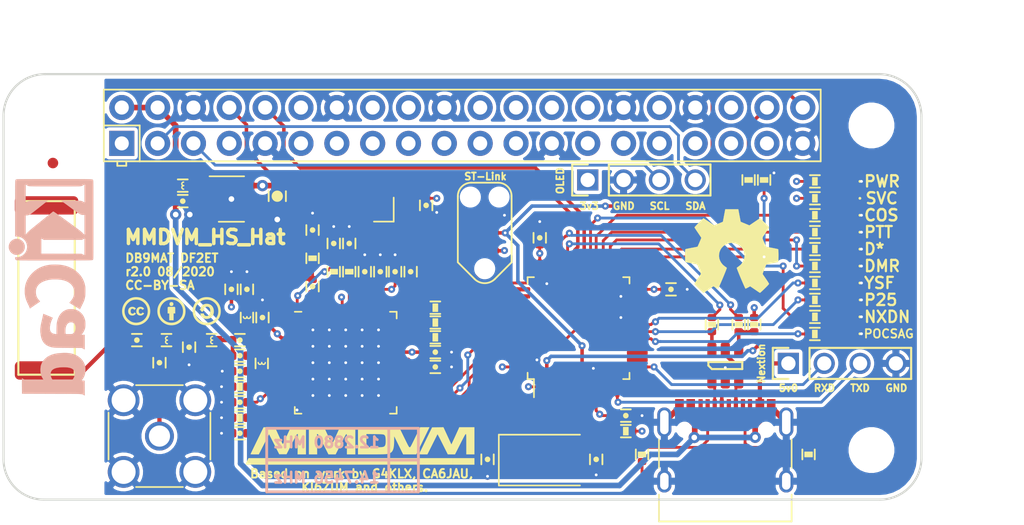
<source format=kicad_pcb>
(kicad_pcb (version 20171130) (host pcbnew "(5.1.6)-1")
  (title_block (title MMDVM_HS_Hat) (date 2018-06-05) (rev 1.6) (company DB9MAT+DF2ET))
  (layers (0 F.Cu signal) (1 In1.Cu power) (2 In2.Cu power) (31 B.Cu signal) (34 B.Paste user) (35 F.Paste user) (36 B.SilkS user) (37 F.SilkS user) (38 B.Mask user) (39 F.Mask user) (44 Edge.Cuts user))
  (net 0 "")
  (net 1 GND)
  (net 2 "Net-(C4-Pad1)")
  (net 3 "Net-(C8-Pad1)")
  (net 4 "Net-(C11-Pad1)")
  (net 5 NRST)
  (net 6 "Net-(C18-Pad1)")
  (net 7 "Net-(C18-Pad2)")
  (net 8 COS_LED)
  (net 9 PTT_LED)
  (net 10 DMR_LED)
  (net 11 DSTAR_LED)
  (net 12 P25_LED)
  (net 13 YSF_LED)
  (net 14 RF)
  (net 15 SWDIO)
  (net 16 TXD)
  (net 17 RXD)
  (net 18 DISP_TXD)
  (net 19 DISP_RXD)
  (net 20 BOOT0)
  (net 21 CLKOUT)
  (net 22 DATAIN)
  (net 23 DATAOUT)
  (net 24 SLE)
  (net 25 SDATA)
  (net 26 SREAD)
  (net 27 SCLK)
  (net 28 "Net-(C1-Pad1)")
  (net 29 "Net-(C4-Pad2)")
  (net 30 "Net-(C5-Pad1)")
  (net 31 "Net-(C6-Pad1)")
  (net 32 "Net-(C10-Pad1)")
  (net 33 "Net-(C11-Pad2)")
  (net 34 "Net-(C12-Pad1)")
  (net 35 "Net-(C13-Pad1)")
  (net 36 "Net-(C14-Pad1)")
  (net 37 "Net-(C15-Pad2)")
  (net 38 "Net-(C20-Pad2)")
  (net 39 "Net-(C21-Pad2)")
  (net 40 "Net-(C23-Pad2)")
  (net 41 "Net-(R2-Pad1)")
  (net 42 "Net-(R10-Pad2)")
  (net 43 CE)
  (net 44 SWCLK)
  (net 45 +5V)
  (net 46 SERVICE)
  (net 47 "Net-(D1-Pad2)")
  (net 48 "Net-(R3-Pad1)")
  (net 49 "Net-(R8-Pad2)")
  (net 50 "Net-(R9-Pad2)")
  (net 51 "Net-(D2-Pad2)")
  (net 52 "Net-(D3-Pad2)")
  (net 53 "Net-(D4-Pad2)")
  (net 54 "Net-(D5-Pad2)")
  (net 55 "Net-(D6-Pad2)")
  (net 56 "Net-(D7-Pad2)")
  (net 57 "Net-(D8-Pad2)")
  (net 58 "Net-(C27-Pad1)")
  (net 59 "Net-(AE1-Pad1)")
  (net 60 SCL)
  (net 61 SDA)
  (net 62 "Net-(PI1-Pad38)")
  (net 63 VDD)
  (net 64 "Net-(D9-Pad2)")
  (net 65 NXDN_LED)
  (net 66 "Net-(AE1-Pad2)")
  (net 67 "Net-(D10-Pad2)")
  (net 68 "Net-(L5-Pad2)")
  (net 69 "Net-(P4-Pad6)")
  (net 70 /xUDP)
  (net 71 "Net-(P5-PadB5)")
  (net 72 "Net-(P5-PadA8)")
  (net 73 /xUDN)
  (net 74 "Net-(P5-PadA5)")
  (net 75 "Net-(P5-PadB8)")
  (net 76 "Net-(PI1-Pad1)")
  (net 77 "Net-(PI1-Pad7)")
  (net 78 "Net-(PI1-Pad11)")
  (net 79 "Net-(PI1-Pad12)")
  (net 80 "Net-(PI1-Pad13)")
  (net 81 "Net-(PI1-Pad15)")
  (net 82 "Net-(PI1-Pad16)")
  (net 83 "Net-(PI1-Pad17)")
  (net 84 "Net-(PI1-Pad18)")
  (net 85 "Net-(PI1-Pad19)")
  (net 86 "Net-(PI1-Pad21)")
  (net 87 "Net-(PI1-Pad22)")
  (net 88 "Net-(PI1-Pad23)")
  (net 89 "Net-(PI1-Pad24)")
  (net 90 "Net-(PI1-Pad26)")
  (net 91 "Net-(PI1-Pad27)")
  (net 92 "Net-(PI1-Pad28)")
  (net 93 "Net-(PI1-Pad29)")
  (net 94 "Net-(PI1-Pad31)")
  (net 95 "Net-(PI1-Pad32)")
  (net 96 "Net-(PI1-Pad33)")
  (net 97 "Net-(PI1-Pad35)")
  (net 98 "Net-(PI1-Pad36)")
  (net 99 "Net-(PI1-Pad37)")
  (net 100 POCSAG_LED)
  (net 101 "Net-(R24-Pad2)")
  (net 102 USB_DN)
  (net 103 "Net-(R25-Pad1)")
  (net 104 USB_DP)
  (net 105 "Net-(U1-Pad13)")
  (net 106 "Net-(U1-Pad14)")
  (net 107 "Net-(U1-Pad15)")
  (net 108 "Net-(U1-Pad16)")
  (net 109 "Net-(U1-Pad17)")
  (net 110 "Net-(U1-Pad18)")
  (net 111 "Net-(U1-Pad20)")
  (net 112 "Net-(U1-Pad21)")
  (net 113 "Net-(U1-Pad23)")
  (net 114 "Net-(U1-Pad30)")
  (net 115 "Net-(U1-Pad33)")
  (net 116 "Net-(U1-Pad37)")
  (net 117 "Net-(U1-Pad38)")
  (net 118 "Net-(U1-Pad44)")
  (net 119 "Net-(U1-Pad46)")
  (net 120 "Net-(U2-Pad4)")
  (net 121 "Net-(U2-Pad10)")
  (net 122 "Net-(U2-Pad11)")
  (net 123 "Net-(U2-Pad14)")
  (net 124 "Net-(U2-Pad15)")
  (net 125 "Net-(U2-Pad16)")
  (net 126 "Net-(U2-Pad21)")
  (net 127 "Net-(U2-Pad22)")
  (net 128 "Net-(U2-Pad46)")
  (net 129 "Net-(X1-Pad1)")
  (net 130 "Net-(U3-Pad4)")
  (module Crystal:Crystal_SMD_3225-4Pin_3.2x2.5mm (layer F.Cu) (at 183.1 116.05 270)
    (fp_text reference X1)
    (fp_text value TCXO)
    (pad 4 smd roundrect (at -1.1 -0.85 270) (size 1.4 1.2) (layers F.Cu F.Paste F.Mask) (net 63 VDD))
    (pad 3 smd roundrect (at 1.1 -0.85 270) (size 1.4 1.2) (layers F.Cu F.Paste F.Mask) (net 6 "Net-(C18-Pad1)"))
    (pad 2 smd roundrect (at 1.1 0.85 270) (size 1.4 1.2) (layers F.Cu F.Paste F.Mask) (net 1 GND))
    (pad 1 smd roundrect (at -1.1 0.85 270) (size 1.4 1.2) (layers F.Cu F.Paste F.Mask) (net 129 "Net-(X1-Pad1)"))
  )
  (module pkl_tag_connect:TC2030-NL_SMALL (layer F.Cu) (at 189.55 116.85 90)
    (fp_text reference P4)
    (fp_text value STLINK)
    (pad 1 connect circle (at -1.27 0.635 90) (size 0.78486 0.78486) (layers F.Cu F.Mask) (net 63 VDD))
    (pad 2 connect circle (at -1.27 -0.635 90) (size 0.78486 0.78486) (layers F.Cu F.Mask) (net 15 SWDIO))
    (pad 3 connect circle (at 0 0.635 90) (size 0.78486 0.78486) (layers F.Cu F.Mask) (net 5 NRST))
    (pad 4 connect circle (at 0 -0.635 90) (size 0.78486 0.78486) (layers F.Cu F.Mask) (net 44 SWCLK))
    (pad 5 connect circle (at 1.27 0.635 90) (size 0.78486 0.78486) (layers F.Cu F.Mask) (net 1 GND))
    (pad 6 connect circle (at 1.27 -0.635 90) (size 0.78486 0.78486) (layers F.Cu F.Mask) (net 69 "Net-(P4-Pad6)"))
    (pad "" np_thru_hole circle (at -2.54 0 90) (size 0.9906 0.9906) (drill 0.9906) (layers *.Cu))
    (pad "" np_thru_hole circle (at 2.54 -1.016 90) (size 0.9906 0.9906) (drill 0.9906) (layers *.Cu))
    (pad "" np_thru_hole circle (at 2.54 1.016 90) (size 0.9906 0.9906) (drill 0.9906) (layers *.Cu))
  )
  (module Symbol:OSHW-Symbol_6.7x6mm_SilkScreen (layer F.Cu) (at 207.05 118.15)
    (fp_text reference REF** hide)
    (fp_text value OSHW-Symbol_6.7x6mm_SilkScreen hide)
  )
  (module MMDVM:MMDVM_logo (layer F.Cu) (at 180.7 131.95)
    (fp_text reference G*** hide)
    (fp_text value LOGO hide)
  )
  (module pkl_logos:Symbol_CC-SA_SilkScreen_2mm (layer F.Cu) (at 169.85 122.4)
    (fp_text reference REF** hide)
    (fp_text value Symbol_CC-SA_SilkScreen_2mm hide)
  )
  (module pkl_logos:Symbol_CC-BY_SilkScreen_2mm (layer F.Cu) (at 167.35 122.4)
    (fp_text reference REF** hide)
    (fp_text value Symbol_CC-BY_SilkScreen_2mm hide)
  )
  (module pkl_logos:Symbol_CC_SilkScreen_2mm (layer F.Cu) (at 164.85 122.4)
    (fp_text reference REF** hide)
    (fp_text value Symbol_CC_SilkScreen_2mm hide)
  )
  (module pizero:RPI-Zero-RASPBERRYPI_BASTELSTUBE_V13_RASPI_BOARD_B+_FULL (layer F.Cu) (at 155.4607 135.736941)
    (fp_text reference PI1 hide)
    (fp_text value RPi_Zero hide)
    (pad "" np_thru_hole circle (at 61.49848 -26.49982) (size 2.74828 2.74828) (drill 2.74828) (layers *.Cu *.Mask))
    (pad "" np_thru_hole circle (at 61.49848 -3.49758) (size 2.74828 2.74828) (drill 2.74828) (layers *.Cu *.Mask))
    (pad "" np_thru_hole circle (at 3.49758 -26.49982) (size 2.74828 2.74828) (drill 2.74828) (layers *.Cu *.Mask))
    (pad "" np_thru_hole circle (at 3.49758 -3.49758) (size 2.74828 2.74828) (drill 2.74828) (layers *.Cu *.Mask))
    (pad 40 thru_hole circle (at 56.6293 -27.76982) (size 1.778 1.778) (drill 0.99822) (layers *.Cu *.Mask) (net 5 NRST))
    (pad 39 thru_hole circle (at 56.6293 -25.22982) (size 1.778 1.778) (drill 0.99822) (layers *.Cu *.Mask) (net 1 GND))
    (pad 38 thru_hole circle (at 54.0893 -27.76982) (size 1.778 1.778) (drill 0.99822) (layers *.Cu *.Mask) (net 62 "Net-(PI1-Pad38)"))
    (pad 37 thru_hole circle (at 54.0893 -25.22982) (size 1.778 1.778) (drill 0.99822) (layers *.Cu *.Mask) (net 99 "Net-(PI1-Pad37)"))
    (pad 36 thru_hole circle (at 51.5493 -27.76982) (size 1.778 1.778) (drill 0.99822) (layers *.Cu *.Mask) (net 98 "Net-(PI1-Pad36)"))
    (pad 35 thru_hole circle (at 51.5493 -25.22982) (size 1.778 1.778) (drill 0.99822) (layers *.Cu *.Mask) (net 97 "Net-(PI1-Pad35)"))
    (pad 34 thru_hole circle (at 49.0093 -27.76982) (size 1.778 1.778) (drill 0.99822) (layers *.Cu *.Mask) (net 1 GND))
    (pad 33 thru_hole circle (at 49.0093 -25.22982) (size 1.778 1.778) (drill 0.99822) (layers *.Cu *.Mask) (net 96 "Net-(PI1-Pad33)"))
    (pad 32 thru_hole circle (at 46.4693 -27.76982) (size 1.778 1.778) (drill 0.99822) (layers *.Cu *.Mask) (net 95 "Net-(PI1-Pad32)"))
    (pad 31 thru_hole circle (at 46.4693 -25.22982) (size 1.778 1.778) (drill 0.99822) (layers *.Cu *.Mask) (net 94 "Net-(PI1-Pad31)"))
    (pad 30 thru_hole circle (at 43.9293 -27.76982) (size 1.778 1.778) (drill 0.99822) (layers *.Cu *.Mask) (net 1 GND))
    (pad 29 thru_hole circle (at 43.9293 -25.22982) (size 1.778 1.778) (drill 0.99822) (layers *.Cu *.Mask) (net 93 "Net-(PI1-Pad29)"))
    (pad 28 thru_hole circle (at 41.3893 -27.76982) (size 1.778 1.778) (drill 0.99822) (layers *.Cu *.Mask) (net 92 "Net-(PI1-Pad28)"))
    (pad 27 thru_hole circle (at 41.3893 -25.22982) (size 1.778 1.778) (drill 0.99822) (layers *.Cu *.Mask) (net 91 "Net-(PI1-Pad27)"))
    (pad 26 thru_hole circle (at 38.8493 -27.76982) (size 1.778 1.778) (drill 0.99822) (layers *.Cu *.Mask) (net 90 "Net-(PI1-Pad26)"))
    (pad 25 thru_hole circle (at 38.8493 -25.22982) (size 1.778 1.778) (drill 0.99822) (layers *.Cu *.Mask) (net 1 GND))
    (pad 24 thru_hole circle (at 36.3093 -27.76982) (size 1.778 1.778) (drill 0.99822) (layers *.Cu *.Mask) (net 89 "Net-(PI1-Pad24)"))
    (pad 23 thru_hole circle (at 36.3093 -25.22982) (size 1.778 1.778) (drill 0.99822) (layers *.Cu *.Mask) (net 88 "Net-(PI1-Pad23)"))
    (pad 22 thru_hole circle (at 33.7693 -27.76982) (size 1.778 1.778) (drill 0.99822) (layers *.Cu *.Mask) (net 87 "Net-(PI1-Pad22)"))
    (pad 21 thru_hole circle (at 33.7693 -25.22982) (size 1.778 1.778) (drill 0.99822) (layers *.Cu *.Mask) (net 86 "Net-(PI1-Pad21)"))
    (pad 20 thru_hole circle (at 31.2293 -27.76982) (size 1.778 1.778) (drill 0.99822) (layers *.Cu *.Mask) (net 1 GND))
    (pad 19 thru_hole circle (at 31.2293 -25.22982) (size 1.778 1.778) (drill 0.99822) (layers *.Cu *.Mask) (net 85 "Net-(PI1-Pad19)"))
    (pad 18 thru_hole circle (at 28.6893 -27.76982) (size 1.778 1.778) (drill 0.99822) (layers *.Cu *.Mask) (net 84 "Net-(PI1-Pad18)"))
    (pad 17 thru_hole circle (at 28.6893 -25.22982) (size 1.778 1.778) (drill 0.99822) (layers *.Cu *.Mask) (net 83 "Net-(PI1-Pad17)"))
    (pad 16 thru_hole circle (at 26.1493 -27.76982) (size 1.778 1.778) (drill 0.99822) (layers *.Cu *.Mask) (net 82 "Net-(PI1-Pad16)"))
    (pad 15 thru_hole circle (at 26.1493 -25.22982) (size 1.778 1.778) (drill 0.99822) (layers *.Cu *.Mask) (net 81 "Net-(PI1-Pad15)"))
    (pad 14 thru_hole circle (at 23.6093 -27.76982) (size 1.778 1.778) (drill 0.99822) (layers *.Cu *.Mask) (net 1 GND))
    (pad 13 thru_hole circle (at 23.6093 -25.22982) (size 1.778 1.778) (drill 0.99822) (layers *.Cu *.Mask) (net 80 "Net-(PI1-Pad13)"))
    (pad 12 thru_hole circle (at 21.0693 -27.76982) (size 1.778 1.778) (drill 0.99822) (layers *.Cu *.Mask) (net 79 "Net-(PI1-Pad12)"))
    (pad 11 thru_hole circle (at 21.0693 -25.22982) (size 1.778 1.778) (drill 0.99822) (layers *.Cu *.Mask) (net 78 "Net-(PI1-Pad11)"))
    (pad 10 thru_hole circle (at 18.5293 -27.76982) (size 1.778 1.778) (drill 0.99822) (layers *.Cu *.Mask) (net 16 TXD))
    (pad 9 thru_hole circle (at 18.5293 -25.22982) (size 1.778 1.778) (drill 0.99822) (layers *.Cu *.Mask) (net 1 GND))
    (pad 8 thru_hole circle (at 15.9893 -27.76982) (size 1.778 1.778) (drill 0.99822) (layers *.Cu *.Mask) (net 17 RXD))
    (pad 7 thru_hole circle (at 15.9893 -25.22982) (size 1.778 1.778) (drill 0.99822) (layers *.Cu *.Mask) (net 77 "Net-(PI1-Pad7)"))
    (pad 6 thru_hole circle (at 13.4493 -27.76982) (size 1.778 1.778) (drill 0.99822) (layers *.Cu *.Mask) (net 1 GND))
    (pad 5 thru_hole circle (at 13.4493 -25.22982) (size 1.778 1.778) (drill 0.99822) (layers *.Cu *.Mask) (net 60 SCL))
    (pad 4 thru_hole circle (at 10.9093 -27.76982) (size 1.778 1.778) (drill 0.99822) (layers *.Cu *.Mask) (net 45 +5V))
    (pad 3 thru_hole circle (at 10.9093 -25.22982) (size 1.778 1.778) (drill 0.99822) (layers *.Cu *.Mask) (net 61 SDA))
    (pad 2 thru_hole circle (at 8.3693 -27.76982) (size 1.778 1.778) (drill 0.99822) (layers *.Cu *.Mask) (net 45 +5V))
    (pad 1 thru_hole rect (at 8.3693 -25.22982) (size 1.778 1.778) (drill 0.99822) (layers *.Cu *.Mask) (net 76 "Net-(PI1-Pad1)"))
  )
  (module MMDVM:ANT1204 (layer F.Cu) (at 158.5 120.75 90)
    (fp_text reference AE1)
    (fp_text value CERAMIC_ANTENNA)
    (pad 2 smd roundrect (at 5.85 0 90) (size 1.3 4.5) (layers F.Cu F.Paste F.Mask) (net 66 "Net-(AE1-Pad2)"))
    (pad 1 smd roundrect (at -5.85 0 90) (size 1.3 4.5) (layers F.Cu F.Paste F.Mask) (net 59 "Net-(AE1-Pad1)"))
  )
  (module Fiducial:Fiducial_0.75mm_Mask1.5mm (layer F.Cu) (at 158.95 111.9)
    (fp_text reference REF** hide)
    (fp_text value Fiducial_0.75mm_Mask1.5mm)
    (pad "" smd circle (at 0 0) (size 0.75 0.75) (layers F.Cu F.Mask) (clearance 0.375))
  )
  (module Fiducial:Fiducial_0.75mm_Mask1.5mm (layer F.Cu) (at 214.3 132.35)
    (fp_text reference REF** hide)
    (fp_text value Fiducial_0.75mm_Mask1.5mm)
    (pad "" smd circle (at 0 0) (size 0.75 0.75) (layers F.Cu F.Mask) (clearance 0.375))
  )
  (module Symbols:KiCad-Logo_6mm_SilkScreen (layer B.Cu) (at 158.8 120.7 270)
    (fp_text reference REF*** hide)
    (fp_text value KiCad-Logo_6mm_SilkScreen hide)
  )
  (module pkl_dipol:C_0402 (layer F.Cu) (at 168.6 124.95 270)
    (fp_text reference C1)
    (fp_text value 6p8)
    (pad 2 smd roundrect (at 0.5 0 270) (size 0.5 0.6) (layers F.Cu F.Paste F.Mask) (net 1 GND))
    (pad 1 smd roundrect (at -0.5 0 270) (size 0.5 0.6) (layers F.Cu F.Paste F.Mask) (net 28 "Net-(C1-Pad1)"))
  )
  (module pkl_dipol:C_0402 (layer F.Cu) (at 171.6 120.85 90)
    (fp_text reference C2)
    (fp_text value 10n)
    (pad 2 smd roundrect (at 0.5 0 90) (size 0.5 0.6) (layers F.Cu F.Paste F.Mask) (net 1 GND))
    (pad 1 smd roundrect (at -0.5 0 90) (size 0.5 0.6) (layers F.Cu F.Paste F.Mask) (net 63 VDD))
  )
  (module pkl_dipol:C_0402 (layer F.Cu) (at 172.7 120.85 90)
    (fp_text reference C3)
    (fp_text value 220p)
    (pad 1 smd roundrect (at -0.5 0 90) (size 0.5 0.6) (layers F.Cu F.Paste F.Mask) (net 63 VDD))
    (pad 2 smd roundrect (at 0.5 0 90) (size 0.5 0.6) (layers F.Cu F.Paste F.Mask) (net 1 GND))
  )
  (module pkl_dipol:C_0402 (layer F.Cu) (at 172.2 124.45 180)
    (fp_text reference C4)
    (fp_text value 10p)
    (pad 2 smd roundrect (at 0.5 0 180) (size 0.5 0.6) (layers F.Cu F.Paste F.Mask) (net 29 "Net-(C4-Pad2)"))
    (pad 1 smd roundrect (at -0.5 0 180) (size 0.5 0.6) (layers F.Cu F.Paste F.Mask) (net 2 "Net-(C4-Pad1)"))
  )
  (module pkl_dipol:C_0402 (layer F.Cu) (at 172.2 125.55 180)
    (fp_text reference C5)
    (fp_text value 4p7)
    (pad 1 smd roundrect (at -0.5 0 180) (size 0.5 0.6) (layers F.Cu F.Paste F.Mask) (net 30 "Net-(C5-Pad1)"))
    (pad 2 smd roundrect (at 0.5 0 180) (size 0.5 0.6) (layers F.Cu F.Paste F.Mask) (net 29 "Net-(C4-Pad2)"))
  )
  (module pkl_dipol:C_0402 (layer F.Cu) (at 172.2 126.65 180)
    (fp_text reference C6)
    (fp_text value 6p8)
    (pad 2 smd roundrect (at 0.5 0 180) (size 0.5 0.6) (layers F.Cu F.Paste F.Mask) (net 1 GND))
    (pad 1 smd roundrect (at -0.5 0 180) (size 0.5 0.6) (layers F.Cu F.Paste F.Mask) (net 31 "Net-(C6-Pad1)"))
  )
  (module pkl_dipol:C_0402 (layer F.Cu) (at 183.2 119.6 90)
    (fp_text reference C7)
    (fp_text value 10n)
    (pad 2 smd roundrect (at 0.5 0 90) (size 0.5 0.6) (layers F.Cu F.Paste F.Mask) (net 1 GND))
    (pad 1 smd roundrect (at -0.5 0 90) (size 0.5 0.6) (layers F.Cu F.Paste F.Mask) (net 63 VDD))
  )
  (module pkl_dipol:C_0402 (layer F.Cu) (at 177.35 116.65 90)
    (fp_text reference C8)
    (fp_text value 100n)
    (pad 1 smd roundrect (at -0.5 0 90) (size 0.5 0.6) (layers F.Cu F.Paste F.Mask) (net 3 "Net-(C8-Pad1)"))
    (pad 2 smd roundrect (at 0.5 0 90) (size 0.5 0.6) (layers F.Cu F.Paste F.Mask) (net 1 GND))
  )
  (module pkl_dipol:C_0402 (layer F.Cu) (at 172.2 128.85 180)
    (fp_text reference C9)
    (fp_text value 10n)
    (pad 2 smd roundrect (at 0.5 0 180) (size 0.5 0.6) (layers F.Cu F.Paste F.Mask) (net 1 GND))
    (pad 1 smd roundrect (at -0.5 0 180) (size 0.5 0.6) (layers F.Cu F.Paste F.Mask) (net 63 VDD))
  )
  (module pkl_dipol:C_0402 (layer F.Cu) (at 172.2 131.05 180)
    (fp_text reference C10)
    (fp_text value 100n)
    (pad 1 smd roundrect (at -0.5 0 180) (size 0.5 0.6) (layers F.Cu F.Paste F.Mask) (net 32 "Net-(C10-Pad1)"))
    (pad 2 smd roundrect (at 0.5 0 180) (size 0.5 0.6) (layers F.Cu F.Paste F.Mask) (net 1 GND))
  )
  (module pkl_dipol:C_0402 (layer F.Cu) (at 177.35 120.65 90)
    (fp_text reference C11)
    (fp_text value 22n)
    (pad 1 smd roundrect (at -0.5 0 90) (size 0.5 0.6) (layers F.Cu F.Paste F.Mask) (net 4 "Net-(C11-Pad1)"))
    (pad 2 smd roundrect (at 0.5 0 90) (size 0.5 0.6) (layers F.Cu F.Paste F.Mask) (net 33 "Net-(C11-Pad2)"))
  )
  (module pkl_dipol:C_0402 (layer F.Cu) (at 178.85 117.6 90)
    (fp_text reference C12)
    (fp_text value 470p)
    (pad 1 smd roundrect (at -0.5 0 90) (size 0.5 0.6) (layers F.Cu F.Paste F.Mask) (net 34 "Net-(C12-Pad1)"))
    (pad 2 smd roundrect (at 0.5 0 90) (size 0.5 0.6) (layers F.Cu F.Paste F.Mask) (net 1 GND))
  )
  (module pkl_dipol:C_0402 (layer F.Cu) (at 179.95 117.6 90)
    (fp_text reference C13)
    (fp_text value 15n)
    (pad 2 smd roundrect (at 0.5 0 90) (size 0.5 0.6) (layers F.Cu F.Paste F.Mask) (net 1 GND))
    (pad 1 smd roundrect (at -0.5 0 90) (size 0.5 0.6) (layers F.Cu F.Paste F.Mask) (net 35 "Net-(C13-Pad1)"))
  )
  (module pkl_dipol:C_0402 (layer F.Cu) (at 181.05 119.6 90)
    (fp_text reference C14)
    (fp_text value 1n)
    (pad 1 smd roundrect (at -0.5 0 90) (size 0.5 0.6) (layers F.Cu F.Paste F.Mask) (net 36 "Net-(C14-Pad1)"))
    (pad 2 smd roundrect (at 0.5 0 90) (size 0.5 0.6) (layers F.Cu F.Paste F.Mask) (net 1 GND))
  )
  (module pkl_dipol:C_0402 (layer F.Cu) (at 182.15 119.6 270)
    (fp_text reference C15)
    (fp_text value 100n)
    (pad 1 smd roundrect (at -0.5 0 270) (size 0.5 0.6) (layers F.Cu F.Paste F.Mask) (net 1 GND))
    (pad 2 smd roundrect (at 0.5 0 270) (size 0.5 0.6) (layers F.Cu F.Paste F.Mask) (net 37 "Net-(C15-Pad2)"))
  )
  (module pkl_dipol:C_0402 (layer F.Cu) (at 173.8 122.85 90)
    (fp_text reference C17)
    (fp_text value 10n)
    (pad 2 smd roundrect (at 0.5 0 90) (size 0.5 0.6) (layers F.Cu F.Paste F.Mask) (net 1 GND))
    (pad 1 smd roundrect (at -0.5 0 90) (size 0.5 0.6) (layers F.Cu F.Paste F.Mask) (net 63 VDD))
  )
  (module pkl_dipol:C_0402 (layer F.Cu) (at 184.3 119.6 270)
    (fp_text reference C18)
    (fp_text value 22p)
    (pad 1 smd roundrect (at -0.5 0 270) (size 0.5 0.6) (layers F.Cu F.Paste F.Mask) (net 6 "Net-(C18-Pad1)"))
    (pad 2 smd roundrect (at 0.5 0 270) (size 0.5 0.6) (layers F.Cu F.Paste F.Mask) (net 7 "Net-(C18-Pad2)"))
  )
  (module pkl_dipol:C_0402 (layer F.Cu) (at 185.4 114.9 270)
    (fp_text reference C19)
    (fp_text value 10n)
    (pad 2 smd roundrect (at 0.5 0 270) (size 0.5 0.6) (layers F.Cu F.Paste F.Mask) (net 1 GND))
    (pad 1 smd roundrect (at -0.5 0 270) (size 0.5 0.6) (layers F.Cu F.Paste F.Mask) (net 63 VDD))
  )
  (module pkl_dipol:C_0402 (layer F.Cu) (at 186.05 126.35 180)
    (fp_text reference C20)
    (fp_text value 100n)
    (pad 2 smd roundrect (at 0.5 0 180) (size 0.5 0.6) (layers F.Cu F.Paste F.Mask) (net 38 "Net-(C20-Pad2)"))
    (pad 1 smd roundrect (at -0.5 0 180) (size 0.5 0.6) (layers F.Cu F.Paste F.Mask) (net 1 GND))
  )
  (module pkl_dipol:C_0402 (layer F.Cu) (at 189.75 132.9 90)
    (fp_text reference C21)
    (fp_text value 20p)
    (pad 1 smd roundrect (at -0.5 0 90) (size 0.5 0.6) (layers F.Cu F.Paste F.Mask) (net 1 GND))
    (pad 2 smd roundrect (at 0.5 0 90) (size 0.5 0.6) (layers F.Cu F.Paste F.Mask) (net 39 "Net-(C21-Pad2)"))
  )
  (module pkl_dipol:C_0402 (layer F.Cu) (at 186.05 125.3 180)
    (fp_text reference C22)
    (fp_text value 10n)
    (pad 2 smd roundrect (at 0.5 0 180) (size 0.5 0.6) (layers F.Cu F.Paste F.Mask) (net 63 VDD))
    (pad 1 smd roundrect (at -0.5 0 180) (size 0.5 0.6) (layers F.Cu F.Paste F.Mask) (net 1 GND))
  )
  (module pkl_dipol:C_0402 (layer F.Cu) (at 197.45 132.9 90)
    (fp_text reference C23)
    (fp_text value 20p)
    (pad 1 smd roundrect (at -0.5 0 90) (size 0.5 0.6) (layers F.Cu F.Paste F.Mask) (net 1 GND))
    (pad 2 smd roundrect (at 0.5 0 90) (size 0.5 0.6) (layers F.Cu F.Paste F.Mask) (net 40 "Net-(C23-Pad2)"))
  )
  (module pkl_dipol:C_0402 (layer F.Cu) (at 199.55 129.8)
    (fp_text reference C24)
    (fp_text value 100n)
    (pad 1 smd roundrect (at -0.5 0) (size 0.5 0.6) (layers F.Cu F.Paste F.Mask) (net 63 VDD))
    (pad 2 smd roundrect (at 0.5 0) (size 0.5 0.6) (layers F.Cu F.Paste F.Mask) (net 1 GND))
  )
  (module pkl_dipol:C_0402 (layer F.Cu) (at 202.75 120.85)
    (fp_text reference C25)
    (fp_text value 100n)
    (pad 2 smd roundrect (at 0.5 0) (size 0.5 0.6) (layers F.Cu F.Paste F.Mask) (net 1 GND))
    (pad 1 smd roundrect (at -0.5 0) (size 0.5 0.6) (layers F.Cu F.Paste F.Mask) (net 63 VDD))
  )
  (module pkl_dipol:C_0402 (layer F.Cu) (at 193.45 117.2 90)
    (fp_text reference C26)
    (fp_text value 100n)
    (pad 1 smd roundrect (at -0.5 0 90) (size 0.5 0.6) (layers F.Cu F.Paste F.Mask) (net 63 VDD))
    (pad 2 smd roundrect (at 0.5 0 90) (size 0.5 0.6) (layers F.Cu F.Paste F.Mask) (net 1 GND))
  )
  (module pkl_dipol:C_0402 (layer F.Cu) (at 166.5 126.05 90)
    (fp_text reference C27)
    (fp_text value 100n)
    (pad 1 smd roundrect (at -0.5 0 90) (size 0.5 0.6) (layers F.Cu F.Paste F.Mask) (net 58 "Net-(C27-Pad1)"))
    (pad 2 smd roundrect (at 0.5 0 90) (size 0.5 0.6) (layers F.Cu F.Paste F.Mask) (net 14 RF))
  )
  (module pkl_dipol:C_0402 (layer F.Cu) (at 164.9 124.45 180)
    (fp_text reference C28)
    (fp_text value 100n)
    (pad 2 smd roundrect (at 0.5 0 180) (size 0.5 0.6) (layers F.Cu F.Paste F.Mask) (net 59 "Net-(AE1-Pad1)"))
    (pad 1 smd roundrect (at -0.5 0 180) (size 0.5 0.6) (layers F.Cu F.Paste F.Mask) (net 14 RF))
  )
  (module pkl_dipol:C_0402 (layer F.Cu) (at 168.15 114.6)
    (fp_text reference C29)
    (fp_text value 100n)
    (pad 1 smd roundrect (at -0.5 0) (size 0.5 0.6) (layers F.Cu F.Paste F.Mask) (net 45 +5V))
    (pad 2 smd roundrect (at 0.5 0) (size 0.5 0.6) (layers F.Cu F.Paste F.Mask) (net 1 GND))
  )
  (module LED_SMD:LED_0402_1005Metric (layer F.Cu) (at 215.05 114.4 180)
    (fp_text reference D1)
    (fp_text value red)
    (pad 2 smd roundrect (at 0.485 0 180) (size 0.59 0.64) (layers F.Cu F.Paste F.Mask) (net 47 "Net-(D1-Pad2)"))
    (pad 1 smd roundrect (at -0.485 0 180) (size 0.59 0.64) (layers F.Cu F.Paste F.Mask) (net 46 SERVICE))
  )
  (module LED_SMD:LED_0402_1005Metric (layer F.Cu) (at 215.05 113.2 180)
    (fp_text reference D2)
    (fp_text value green)
    (pad 2 smd roundrect (at 0.485 0 180) (size 0.59 0.64) (layers F.Cu F.Paste F.Mask) (net 51 "Net-(D2-Pad2)"))
    (pad 1 smd roundrect (at -0.485 0 180) (size 0.59 0.64) (layers F.Cu F.Paste F.Mask) (net 1 GND))
  )
  (module LED_SMD:LED_0402_1005Metric (layer F.Cu) (at 215.05 115.6 180)
    (fp_text reference D3)
    (fp_text value yellow)
    (pad 1 smd roundrect (at -0.485 0 180) (size 0.59 0.64) (layers F.Cu F.Paste F.Mask) (net 1 GND))
    (pad 2 smd roundrect (at 0.485 0 180) (size 0.59 0.64) (layers F.Cu F.Paste F.Mask) (net 52 "Net-(D3-Pad2)"))
  )
  (module LED_SMD:LED_0402_1005Metric (layer F.Cu) (at 215.05 116.8 180)
    (fp_text reference D4)
    (fp_text value red)
    (pad 2 smd roundrect (at 0.485 0 180) (size 0.59 0.64) (layers F.Cu F.Paste F.Mask) (net 53 "Net-(D4-Pad2)"))
    (pad 1 smd roundrect (at -0.485 0 180) (size 0.59 0.64) (layers F.Cu F.Paste F.Mask) (net 1 GND))
  )
  (module LED_SMD:LED_0402_1005Metric (layer F.Cu) (at 215.05 118 180)
    (fp_text reference D5)
    (fp_text value green)
    (pad 1 smd roundrect (at -0.485 0 180) (size 0.59 0.64) (layers F.Cu F.Paste F.Mask) (net 1 GND))
    (pad 2 smd roundrect (at 0.485 0 180) (size 0.59 0.64) (layers F.Cu F.Paste F.Mask) (net 54 "Net-(D5-Pad2)"))
  )
  (module LED_SMD:LED_0402_1005Metric (layer F.Cu) (at 215.05 119.2 180)
    (fp_text reference D6)
    (fp_text value yellow)
    (pad 2 smd roundrect (at 0.485 0 180) (size 0.59 0.64) (layers F.Cu F.Paste F.Mask) (net 55 "Net-(D6-Pad2)"))
    (pad 1 smd roundrect (at -0.485 0 180) (size 0.59 0.64) (layers F.Cu F.Paste F.Mask) (net 1 GND))
  )
  (module LED_SMD:LED_0402_1005Metric (layer F.Cu) (at 215.05 120.4 180)
    (fp_text reference D7)
    (fp_text value amber)
    (pad 1 smd roundrect (at -0.485 0 180) (size 0.59 0.64) (layers F.Cu F.Paste F.Mask) (net 1 GND))
    (pad 2 smd roundrect (at 0.485 0 180) (size 0.59 0.64) (layers F.Cu F.Paste F.Mask) (net 56 "Net-(D7-Pad2)"))
  )
  (module LED_SMD:LED_0402_1005Metric (layer F.Cu) (at 215.065 121.6 180)
    (fp_text reference D8)
    (fp_text value red)
    (pad 2 smd roundrect (at 0.485 0 180) (size 0.59 0.64) (layers F.Cu F.Paste F.Mask) (net 57 "Net-(D8-Pad2)"))
    (pad 1 smd roundrect (at -0.485 0 180) (size 0.59 0.64) (layers F.Cu F.Paste F.Mask) (net 1 GND))
  )
  (module LED_SMD:LED_0402_1005Metric (layer F.Cu) (at 215.05 122.8 180)
    (fp_text reference D9)
    (fp_text value blue)
    (pad 1 smd roundrect (at -0.485 0 180) (size 0.59 0.64) (layers F.Cu F.Paste F.Mask) (net 1 GND))
    (pad 2 smd roundrect (at 0.485 0 180) (size 0.59 0.64) (layers F.Cu F.Paste F.Mask) (net 64 "Net-(D9-Pad2)"))
  )
  (module LED_SMD:LED_0402_1005Metric (layer F.Cu) (at 215.05 124 180)
    (fp_text reference D10)
    (fp_text value blue)
    (pad 1 smd roundrect (at -0.485 0 180) (size 0.59 0.64) (layers F.Cu F.Paste F.Mask) (net 1 GND))
    (pad 2 smd roundrect (at 0.485 0 180) (size 0.59 0.64) (layers F.Cu F.Paste F.Mask) (net 67 "Net-(D10-Pad2)"))
  )
  (module pkl_dipol:L_0402 (layer F.Cu) (at 167 124.45)
    (fp_text reference L1)
    (fp_text value 22n)
    (pad 2 smd roundrect (at 0.5 0) (size 0.5 0.6) (layers F.Cu F.Paste F.Mask) (net 28 "Net-(C1-Pad1)"))
    (pad 1 smd roundrect (at -0.5 0) (size 0.5 0.6) (layers F.Cu F.Paste F.Mask) (net 14 RF))
  )
  (module pkl_dipol:L_0402 (layer F.Cu) (at 170.2 124.45)
    (fp_text reference L2)
    (fp_text value 20n)
    (pad 1 smd roundrect (at -0.5 0) (size 0.5 0.6) (layers F.Cu F.Paste F.Mask) (net 28 "Net-(C1-Pad1)"))
    (pad 2 smd roundrect (at 0.5 0) (size 0.5 0.6) (layers F.Cu F.Paste F.Mask) (net 29 "Net-(C4-Pad2)"))
  )
  (module pkl_dipol:L_0402 (layer F.Cu) (at 172.7 122.85 90)
    (fp_text reference L3)
    (fp_text value 13n)
    (pad 1 smd roundrect (at -0.5 0 90) (size 0.5 0.6) (layers F.Cu F.Paste F.Mask) (net 2 "Net-(C4-Pad1)"))
    (pad 2 smd roundrect (at 0.5 0 90) (size 0.5 0.6) (layers F.Cu F.Paste F.Mask) (net 63 VDD))
  )
  (module pkl_dipol:L_0402 (layer F.Cu) (at 173.75 126.1 90)
    (fp_text reference L4)
    (fp_text value 27n)
    (pad 2 smd roundrect (at 0.5 0 90) (size 0.5 0.6) (layers F.Cu F.Paste F.Mask) (net 30 "Net-(C5-Pad1)"))
    (pad 1 smd roundrect (at -0.5 0 90) (size 0.5 0.6) (layers F.Cu F.Paste F.Mask) (net 31 "Net-(C6-Pad1)"))
  )
  (module pkl_dipol:L_0402 (layer F.Cu) (at 168.15 113.5)
    (fp_text reference L5)
    (fp_text value 10u)
    (pad 1 smd roundrect (at -0.5 0) (size 0.5 0.6) (layers F.Cu F.Paste F.Mask) (net 45 +5V))
    (pad 2 smd roundrect (at 0.5 0) (size 0.5 0.6) (layers F.Cu F.Paste F.Mask) (net 68 "Net-(L5-Pad2)"))
  )
  (module pkl_pin_headers:Pin_Header_Straight_1x04 (layer F.Cu) (at 196.85 113.1 90)
    (fp_text reference P1 hide)
    (fp_text value OLED)
    (pad 1 thru_hole rect (at 0 0 90) (size 1.5 1.5) (drill 1.016) (layers *.Cu *.Mask) (net 63 VDD))
    (pad 2 thru_hole oval (at 0 2.54 90) (size 1.5 1.5) (drill 1.016) (layers *.Cu *.Mask) (net 1 GND))
    (pad 3 thru_hole oval (at 0 5.08 90) (size 1.5 1.5) (drill 1.016) (layers *.Cu *.Mask) (net 60 SCL))
    (pad 4 thru_hole oval (at 0 7.62 90) (size 1.5 1.5) (drill 1.016) (layers *.Cu *.Mask) (net 61 SDA))
  )
  (module pkl_pin_headers:Pin_Header_Straight_1x04 (layer F.Cu) (at 211.07 126.1 90)
    (fp_text reference P2 hide)
    (fp_text value Display)
    (pad 4 thru_hole oval (at 0 7.62 90) (size 1.5 1.5) (drill 1.016) (layers *.Cu *.Mask) (net 1 GND))
    (pad 3 thru_hole oval (at 0 5.08 90) (size 1.5 1.5) (drill 1.016) (layers *.Cu *.Mask) (net 18 DISP_TXD))
    (pad 2 thru_hole oval (at 0 2.54 90) (size 1.5 1.5) (drill 1.016) (layers *.Cu *.Mask) (net 19 DISP_RXD))
    (pad 1 thru_hole rect (at 0 0 90) (size 1.5 1.5) (drill 1.016) (layers *.Cu *.Mask) (net 45 +5V))
  )
  (module Connector_Coaxial:SMA_Amphenol_132291-12_Vertical (layer F.Cu) (at 166.5 131.25)
    (fp_text reference P3)
    (fp_text value SMA)
    (pad 1 thru_hole circle (at 0 0) (size 2.05 2.05) (drill 1.5) (layers *.Cu *.Mask) (net 58 "Net-(C27-Pad1)"))
    (pad 2 thru_hole circle (at 2.54 2.54) (size 2.25 2.25) (drill 1.7) (layers *.Cu *.Mask) (net 1 GND))
    (pad 2 thru_hole circle (at 2.54 -2.54) (size 2.25 2.25) (drill 1.7) (layers *.Cu *.Mask) (net 1 GND))
    (pad 2 thru_hole circle (at -2.54 -2.54) (size 2.25 2.25) (drill 1.7) (layers *.Cu *.Mask) (net 1 GND))
    (pad 2 thru_hole circle (at -2.54 2.54) (size 2.25 2.25) (drill 1.7) (layers *.Cu *.Mask) (net 1 GND))
  )
  (module Connector_USB:USB_C_Receptacle_HRO_TYPE-C-31-M-12 (layer F.Cu) (at 206.6 133.4)
    (fp_text reference P5)
    (fp_text value USB_C_Plug_USB2.0)
    (pad S1 thru_hole oval (at 4.32 1.05) (size 1 1.6) (drill oval 0.6 1.2) (layers *.Cu *.Mask) (net 1 GND))
    (pad "" np_thru_hole circle (at 2.89 -2.6) (size 0.65 0.65) (drill 0.65) (layers *.Cu *.Mask))
    (pad S1 thru_hole oval (at -4.32 1.05) (size 1 1.6) (drill oval 0.6 1.2) (layers *.Cu *.Mask) (net 1 GND))
    (pad "" np_thru_hole circle (at -2.89 -2.6) (size 0.65 0.65) (drill 0.65) (layers *.Cu *.Mask))
    (pad S1 thru_hole oval (at -4.32 -3.13) (size 1 2.1) (drill oval 0.6 1.7) (layers *.Cu *.Mask) (net 1 GND))
    (pad S1 thru_hole oval (at 4.32 -3.13) (size 1 2.1) (drill oval 0.6 1.7) (layers *.Cu *.Mask) (net 1 GND))
    (pad A6 smd rect (at -0.25 -4.045) (size 0.3 1.45) (layers F.Cu F.Paste F.Mask) (net 70 /xUDP))
    (pad B5 smd rect (at 1.75 -4.045) (size 0.3 1.45) (layers F.Cu F.Paste F.Mask) (net 71 "Net-(P5-PadB5)"))
    (pad A8 smd rect (at 1.25 -4.045) (size 0.3 1.45) (layers F.Cu F.Paste F.Mask) (net 72 "Net-(P5-PadA8)"))
    (pad B6 smd rect (at 0.75 -4.045) (size 0.3 1.45) (layers F.Cu F.Paste F.Mask) (net 70 /xUDP))
    (pad A7 smd rect (at 0.25 -4.045) (size 0.3 1.45) (layers F.Cu F.Paste F.Mask) (net 73 /xUDN))
    (pad B7 smd rect (at -0.75 -4.045) (size 0.3 1.45) (layers F.Cu F.Paste F.Mask) (net 73 /xUDN))
    (pad A5 smd rect (at -1.25 -4.045) (size 0.3 1.45) (layers F.Cu F.Paste F.Mask) (net 74 "Net-(P5-PadA5)"))
    (pad B8 smd rect (at -1.75 -4.045) (size 0.3 1.45) (layers F.Cu F.Paste F.Mask) (net 75 "Net-(P5-PadB8)"))
    (pad A12 smd rect (at 3.25 -4.045) (size 0.6 1.45) (layers F.Cu F.Paste F.Mask) (net 1 GND))
    (pad B4 smd rect (at 2.45 -4.045) (size 0.6 1.45) (layers F.Cu F.Paste F.Mask) (net 45 +5V))
    (pad A4 smd rect (at -2.45 -4.045) (size 0.6 1.45) (layers F.Cu F.Paste F.Mask) (net 45 +5V))
    (pad A1 smd rect (at -3.25 -4.045) (size 0.6 1.45) (layers F.Cu F.Paste F.Mask) (net 1 GND))
    (pad B12 smd rect (at -3.25 -4.045) (size 0.6 1.45) (layers F.Cu F.Paste F.Mask) (net 1 GND))
    (pad B9 smd rect (at -2.45 -4.045) (size 0.6 1.45) (layers F.Cu F.Paste F.Mask) (net 45 +5V))
    (pad A9 smd rect (at 2.45 -4.045) (size 0.6 1.45) (layers F.Cu F.Paste F.Mask) (net 45 +5V))
    (pad B1 smd rect (at 3.25 -4.045) (size 0.6 1.45) (layers F.Cu F.Paste F.Mask) (net 1 GND))
  )
  (module pkl_dipol:R_0402 (layer F.Cu) (at 208.25 113.1 90)
    (fp_text reference R1)
    (fp_text value 10k)
    (pad 1 smd roundrect (at -0.5 0 90) (size 0.5 0.6) (layers F.Cu F.Paste F.Mask) (net 20 BOOT0))
    (pad 2 smd roundrect (at 0.5 0 90) (size 0.5 0.6) (layers F.Cu F.Paste F.Mask) (net 62 "Net-(PI1-Pad38)"))
  )
  (module pkl_dipol:R_0402 (layer F.Cu) (at 172.2 127.75 180)
    (fp_text reference R2)
    (fp_text value 1k1)
    (pad 1 smd roundrect (at -0.5 0 180) (size 0.5 0.6) (layers F.Cu F.Paste F.Mask) (net 41 "Net-(R2-Pad1)"))
    (pad 2 smd roundrect (at 0.5 0 180) (size 0.5 0.6) (layers F.Cu F.Paste F.Mask) (net 1 GND))
  )
  (module pkl_dipol:R_0402 (layer F.Cu) (at 172.2 129.95 180)
    (fp_text reference R3)
    (fp_text value 3k8)
    (pad 1 smd roundrect (at -0.5 0 180) (size 0.5 0.6) (layers F.Cu F.Paste F.Mask) (net 48 "Net-(R3-Pad1)"))
    (pad 2 smd roundrect (at 0.5 0 180) (size 0.5 0.6) (layers F.Cu F.Paste F.Mask) (net 1 GND))
  )
  (module pkl_dipol:R_0402 (layer F.Cu) (at 177.35 118.65 90)
    (fp_text reference R4)
    (fp_text value 3r9)
    (pad 2 smd roundrect (at 0.5 0 90) (size 0.5 0.6) (layers F.Cu F.Paste F.Mask) (net 3 "Net-(C8-Pad1)"))
    (pad 1 smd roundrect (at -0.5 0 90) (size 0.5 0.6) (layers F.Cu F.Paste F.Mask) (net 33 "Net-(C11-Pad2)"))
  )
  (module pkl_dipol:R_0402 (layer F.Cu) (at 178.85 119.6 90)
    (fp_text reference R5)
    (fp_text value 560)
    (pad 1 smd roundrect (at -0.5 0 90) (size 0.5 0.6) (layers F.Cu F.Paste F.Mask) (net 36 "Net-(C14-Pad1)"))
    (pad 2 smd roundrect (at 0.5 0 90) (size 0.5 0.6) (layers F.Cu F.Paste F.Mask) (net 34 "Net-(C12-Pad1)"))
  )
  (module pkl_dipol:R_0402 (layer F.Cu) (at 179.95 119.6 90)
    (fp_text reference R6)
    (fp_text value 270)
    (pad 2 smd roundrect (at 0.5 0 90) (size 0.5 0.6) (layers F.Cu F.Paste F.Mask) (net 35 "Net-(C13-Pad1)"))
    (pad 1 smd roundrect (at -0.5 0 90) (size 0.5 0.6) (layers F.Cu F.Paste F.Mask) (net 36 "Net-(C14-Pad1)"))
  )
  (module pkl_dipol:R_0402 (layer F.Cu) (at 199.55 130.9)
    (fp_text reference R7)
    (fp_text value 10k)
    (pad 1 smd roundrect (at -0.5 0) (size 0.5 0.6) (layers F.Cu F.Paste F.Mask) (net 5 NRST))
    (pad 2 smd roundrect (at 0.5 0) (size 0.5 0.6) (layers F.Cu F.Paste F.Mask) (net 63 VDD))
  )
  (module pkl_dipol:R_0402 (layer F.Cu) (at 186.05 122.15 180)
    (fp_text reference R8)
    (fp_text value 1k)
    (pad 2 smd roundrect (at 0.5 0 180) (size 0.5 0.6) (layers F.Cu F.Paste F.Mask) (net 49 "Net-(R8-Pad2)"))
    (pad 1 smd roundrect (at -0.5 0 180) (size 0.5 0.6) (layers F.Cu F.Paste F.Mask) (net 21 CLKOUT))
  )
  (module pkl_dipol:R_0402 (layer F.Cu) (at 186.05 123.2 180)
    (fp_text reference R9)
    (fp_text value 1k)
    (pad 2 smd roundrect (at 0.5 0 180) (size 0.5 0.6) (layers F.Cu F.Paste F.Mask) (net 50 "Net-(R9-Pad2)"))
    (pad 1 smd roundrect (at -0.5 0 180) (size 0.5 0.6) (layers F.Cu F.Paste F.Mask) (net 22 DATAIN))
  )
  (module pkl_dipol:R_0402 (layer F.Cu) (at 186.05 124.25 180)
    (fp_text reference R10)
    (fp_text value 1k)
    (pad 1 smd roundrect (at -0.5 0 180) (size 0.5 0.6) (layers F.Cu F.Paste F.Mask) (net 23 DATAOUT))
    (pad 2 smd roundrect (at 0.5 0 180) (size 0.5 0.6) (layers F.Cu F.Paste F.Mask) (net 42 "Net-(R10-Pad2)"))
  )
  (module pkl_dipol:R_0402 (layer F.Cu) (at 212.95 113.2 180)
    (fp_text reference R11)
    (fp_text value 1k)
    (pad 1 smd roundrect (at -0.5 0 180) (size 0.5 0.6) (layers F.Cu F.Paste F.Mask) (net 51 "Net-(D2-Pad2)"))
    (pad 2 smd roundrect (at 0.5 0 180) (size 0.5 0.6) (layers F.Cu F.Paste F.Mask) (net 63 VDD))
  )
  (module pkl_dipol:R_0402 (layer F.Cu) (at 212.95 115.6 180)
    (fp_text reference R12)
    (fp_text value 1k)
    (pad 2 smd roundrect (at 0.5 0 180) (size 0.5 0.6) (layers F.Cu F.Paste F.Mask) (net 8 COS_LED))
    (pad 1 smd roundrect (at -0.5 0 180) (size 0.5 0.6) (layers F.Cu F.Paste F.Mask) (net 52 "Net-(D3-Pad2)"))
  )
  (module pkl_dipol:R_0402 (layer F.Cu) (at 212.95 116.8 180)
    (fp_text reference R13)
    (fp_text value 1k)
    (pad 1 smd roundrect (at -0.5 0 180) (size 0.5 0.6) (layers F.Cu F.Paste F.Mask) (net 53 "Net-(D4-Pad2)"))
    (pad 2 smd roundrect (at 0.5 0 180) (size 0.5 0.6) (layers F.Cu F.Paste F.Mask) (net 9 PTT_LED))
  )
  (module pkl_dipol:R_0402 (layer F.Cu) (at 212.95 118 180)
    (fp_text reference R14)
    (fp_text value 1k)
    (pad 2 smd roundrect (at 0.5 0 180) (size 0.5 0.6) (layers F.Cu F.Paste F.Mask) (net 11 DSTAR_LED))
    (pad 1 smd roundrect (at -0.5 0 180) (size 0.5 0.6) (layers F.Cu F.Paste F.Mask) (net 54 "Net-(D5-Pad2)"))
  )
  (module pkl_dipol:R_0402 (layer F.Cu) (at 212.95 119.2 180)
    (fp_text reference R15)
    (fp_text value 1k)
    (pad 1 smd roundrect (at -0.5 0 180) (size 0.5 0.6) (layers F.Cu F.Paste F.Mask) (net 55 "Net-(D6-Pad2)"))
    (pad 2 smd roundrect (at 0.5 0 180) (size 0.5 0.6) (layers F.Cu F.Paste F.Mask) (net 10 DMR_LED))
  )
  (module pkl_dipol:R_0402 (layer F.Cu) (at 212.95 120.4 180)
    (fp_text reference R16)
    (fp_text value 1k)
    (pad 2 smd roundrect (at 0.5 0 180) (size 0.5 0.6) (layers F.Cu F.Paste F.Mask) (net 13 YSF_LED))
    (pad 1 smd roundrect (at -0.5 0 180) (size 0.5 0.6) (layers F.Cu F.Paste F.Mask) (net 56 "Net-(D7-Pad2)"))
  )
  (module pkl_dipol:R_0402 (layer F.Cu) (at 212.95 121.6 180)
    (fp_text reference R17)
    (fp_text value 1k)
    (pad 1 smd roundrect (at -0.5 0 180) (size 0.5 0.6) (layers F.Cu F.Paste F.Mask) (net 57 "Net-(D8-Pad2)"))
    (pad 2 smd roundrect (at 0.5 0 180) (size 0.5 0.6) (layers F.Cu F.Paste F.Mask) (net 12 P25_LED))
  )
  (module pkl_dipol:R_0402 (layer F.Cu) (at 212.95 114.4)
    (fp_text reference R18)
    (fp_text value 1k)
    (pad 2 smd roundrect (at 0.5 0) (size 0.5 0.6) (layers F.Cu F.Paste F.Mask) (net 47 "Net-(D1-Pad2)"))
    (pad 1 smd roundrect (at -0.5 0) (size 0.5 0.6) (layers F.Cu F.Paste F.Mask) (net 63 VDD))
  )
  (module pkl_dipol:R_0402 (layer F.Cu) (at 212.95 122.8 180)
    (fp_text reference R19)
    (fp_text value 1k)
    (pad 2 smd roundrect (at 0.5 0 180) (size 0.5 0.6) (layers F.Cu F.Paste F.Mask) (net 65 NXDN_LED))
    (pad 1 smd roundrect (at -0.5 0 180) (size 0.5 0.6) (layers F.Cu F.Paste F.Mask) (net 64 "Net-(D9-Pad2)"))
  )
  (module pkl_dipol:R_0402 (layer F.Cu) (at 212.944999 124.014999 180)
    (fp_text reference R20)
    (fp_text value 1k)
    (pad 2 smd roundrect (at 0.5 0 180) (size 0.5 0.6) (layers F.Cu F.Paste F.Mask) (net 100 POCSAG_LED))
    (pad 1 smd roundrect (at -0.5 0 180) (size 0.5 0.6) (layers F.Cu F.Paste F.Mask) (net 67 "Net-(D10-Pad2)"))
  )
  (module pkl_dipol:R_0402 (layer F.Cu) (at 209.35 113.1 90)
    (fp_text reference R21)
    (fp_text value 100k)
    (pad 2 smd roundrect (at 0.5 0 90) (size 0.5 0.6) (layers F.Cu F.Paste F.Mask) (net 1 GND))
    (pad 1 smd roundrect (at -0.5 0 90) (size 0.5 0.6) (layers F.Cu F.Paste F.Mask) (net 20 BOOT0))
  )
  (module pkl_dipol:R_0402 (layer F.Cu) (at 200.7 132.55 270)
    (fp_text reference R22)
    (fp_text value 5k1)
    (pad 1 smd roundrect (at -0.5 0 270) (size 0.5 0.6) (layers F.Cu F.Paste F.Mask) (net 74 "Net-(P5-PadA5)"))
    (pad 2 smd roundrect (at 0.5 0 270) (size 0.5 0.6) (layers F.Cu F.Paste F.Mask) (net 1 GND))
  )
  (module pkl_dipol:R_0402 (layer F.Cu) (at 212.5 132.55 270)
    (fp_text reference R23)
    (fp_text value 5k1)
    (pad 2 smd roundrect (at 0.5 0 270) (size 0.5 0.6) (layers F.Cu F.Paste F.Mask) (net 1 GND))
    (pad 1 smd roundrect (at -0.5 0 270) (size 0.5 0.6) (layers F.Cu F.Paste F.Mask) (net 71 "Net-(P5-PadB5)"))
  )
  (module pkl_dipol:R_0402 (layer F.Cu) (at 208.65 123.35 270)
    (fp_text reference R24)
    (fp_text value 1k5)
    (pad 1 smd roundrect (at -0.5 0 270) (size 0.5 0.6) (layers F.Cu F.Paste F.Mask) (net 63 VDD))
    (pad 2 smd roundrect (at 0.5 0 270) (size 0.5 0.6) (layers F.Cu F.Paste F.Mask) (net 101 "Net-(R24-Pad2)"))
  )
  (module pkl_dipol:R_0402 (layer F.Cu) (at 205.65 123.35 90)
    (fp_text reference R25)
    (fp_text value 27)
    (pad 2 smd roundrect (at 0.5 0 90) (size 0.5 0.6) (layers F.Cu F.Paste F.Mask) (net 102 USB_DN))
    (pad 1 smd roundrect (at -0.5 0 90) (size 0.5 0.6) (layers F.Cu F.Paste F.Mask) (net 103 "Net-(R25-Pad1)"))
  )
  (module pkl_dipol:R_0402 (layer F.Cu) (at 207.55 123.35 90)
    (fp_text reference R26)
    (fp_text value 27)
    (pad 1 smd roundrect (at -0.5 0 90) (size 0.5 0.6) (layers F.Cu F.Paste F.Mask) (net 101 "Net-(R24-Pad2)"))
    (pad 2 smd roundrect (at 0.5 0 90) (size 0.5 0.6) (layers F.Cu F.Paste F.Mask) (net 104 USB_DP))
  )
  (module Package_DFN_QFN:QFN-48-1EP_7x7mm_P0.5mm_EP5.15x5.15mm_ThermalVias (layer F.Cu) (at 179.7 126.05)
    (fp_text reference U1)
    (fp_text value ADF7021)
    (pad 49 smd roundrect (at 0 0) (size 5.15 5.15) (layers F.Cu F.Mask) (roundrect_rratio 0.048544) (net 1 GND))
    (pad 49 thru_hole circle (at -2.325 -2.325) (size 0.5 0.5) (drill 0.2) (layers *.Cu) (net 1 GND))
    (pad 49 thru_hole circle (at -1.1625 -2.325) (size 0.5 0.5) (drill 0.2) (layers *.Cu) (net 1 GND))
    (pad 49 thru_hole circle (at 0 -2.325) (size 0.5 0.5) (drill 0.2) (layers *.Cu) (net 1 GND))
    (pad 49 thru_hole circle (at 1.1625 -2.325) (size 0.5 0.5) (drill 0.2) (layers *.Cu) (net 1 GND))
    (pad 49 thru_hole circle (at 2.325 -2.325) (size 0.5 0.5) (drill 0.2) (layers *.Cu) (net 1 GND))
    (pad 49 thru_hole circle (at -2.325 -1.1625) (size 0.5 0.5) (drill 0.2) (layers *.Cu) (net 1 GND))
    (pad 49 thru_hole circle (at -1.1625 -1.1625) (size 0.5 0.5) (drill 0.2) (layers *.Cu) (net 1 GND))
    (pad 49 thru_hole circle (at 0 -1.1625) (size 0.5 0.5) (drill 0.2) (layers *.Cu) (net 1 GND))
    (pad 49 thru_hole circle (at 1.1625 -1.1625) (size 0.5 0.5) (drill 0.2) (layers *.Cu) (net 1 GND))
    (pad 49 thru_hole circle (at 2.325 -1.1625) (size 0.5 0.5) (drill 0.2) (layers *.Cu) (net 1 GND))
    (pad 49 thru_hole circle (at -2.325 0) (size 0.5 0.5) (drill 0.2) (layers *.Cu) (net 1 GND))
    (pad 49 thru_hole circle (at -1.1625 0) (size 0.5 0.5) (drill 0.2) (layers *.Cu) (net 1 GND))
    (pad 49 thru_hole circle (at 0 0) (size 0.5 0.5) (drill 0.2) (layers *.Cu) (net 1 GND))
    (pad 49 thru_hole circle (at 1.1625 0) (size 0.5 0.5) (drill 0.2) (layers *.Cu) (net 1 GND))
    (pad 49 thru_hole circle (at 2.325 0) (size 0.5 0.5) (drill 0.2) (layers *.Cu) (net 1 GND))
    (pad 49 thru_hole circle (at -2.325 1.1625) (size 0.5 0.5) (drill 0.2) (layers *.Cu) (net 1 GND))
    (pad 49 thru_hole circle (at -1.1625 1.1625) (size 0.5 0.5) (drill 0.2) (layers *.Cu) (net 1 GND))
    (pad 49 thru_hole circle (at 0 1.1625) (size 0.5 0.5) (drill 0.2) (layers *.Cu) (net 1 GND))
    (pad 49 thru_hole circle (at 1.1625 1.1625) (size 0.5 0.5) (drill 0.2) (layers *.Cu) (net 1 GND))
    (pad 49 thru_hole circle (at 2.325 1.1625) (size 0.5 0.5) (drill 0.2) (layers *.Cu) (net 1 GND))
    (pad 49 thru_hole circle (at -2.325 2.325) (size 0.5 0.5) (drill 0.2) (layers *.Cu) (net 1 GND))
    (pad 49 thru_hole circle (at -1.1625 2.325) (size 0.5 0.5) (drill 0.2) (layers *.Cu) (net 1 GND))
    (pad 49 thru_hole circle (at 0 2.325) (size 0.5 0.5) (drill 0.2) (layers *.Cu) (net 1 GND))
    (pad 49 thru_hole circle (at 1.1625 2.325) (size 0.5 0.5) (drill 0.2) (layers *.Cu) (net 1 GND))
    (pad 49 thru_hole circle (at 2.325 2.325) (size 0.5 0.5) (drill 0.2) (layers *.Cu) (net 1 GND))
    (pad 49 smd roundrect (at 0 0) (size 5.15 5.15) (layers B.Cu) (roundrect_rratio 0.048544) (net 1 GND))
    (pad 1 smd roundrect (at -3.4375 -2.75) (size 0.875 0.25) (layers F.Cu F.Paste F.Mask) (net 34 "Net-(C12-Pad1)"))
    (pad 2 smd roundrect (at -3.4375 -2.25) (size 0.875 0.25) (layers F.Cu F.Paste F.Mask) (net 33 "Net-(C11-Pad2)"))
    (pad 3 smd roundrect (at -3.4375 -1.75) (size 0.875 0.25) (layers F.Cu F.Paste F.Mask) (net 63 VDD))
    (pad 4 smd roundrect (at -3.4375 -1.25) (size 0.875 0.25) (layers F.Cu F.Paste F.Mask) (net 2 "Net-(C4-Pad1)"))
    (pad 5 smd roundrect (at -3.4375 -0.75) (size 0.875 0.25) (layers F.Cu F.Paste F.Mask) (net 1 GND))
    (pad 6 smd roundrect (at -3.4375 -0.25) (size 0.875 0.25) (layers F.Cu F.Paste F.Mask) (net 30 "Net-(C5-Pad1)"))
    (pad 7 smd roundrect (at -3.4375 0.25) (size 0.875 0.25) (layers F.Cu F.Paste F.Mask) (net 31 "Net-(C6-Pad1)"))
    (pad 8 smd roundrect (at -3.4375 0.75) (size 0.875 0.25) (layers F.Cu F.Paste F.Mask) (net 41 "Net-(R2-Pad1)"))
    (pad 9 smd roundrect (at -3.4375 1.25) (size 0.875 0.25) (layers F.Cu F.Paste F.Mask) (net 63 VDD))
    (pad 10 smd roundrect (at -3.4375 1.75) (size 0.875 0.25) (layers F.Cu F.Paste F.Mask) (net 48 "Net-(R3-Pad1)"))
    (pad 11 smd roundrect (at -3.4375 2.25) (size 0.875 0.25) (layers F.Cu F.Paste F.Mask) (net 32 "Net-(C10-Pad1)"))
    (pad 12 smd roundrect (at -3.4375 2.75) (size 0.875 0.25) (layers F.Cu F.Paste F.Mask) (net 1 GND))
    (pad 13 smd roundrect (at -2.75 3.4375) (size 0.25 0.875) (layers F.Cu F.Paste F.Mask) (net 105 "Net-(U1-Pad13)"))
    (pad 14 smd roundrect (at -2.25 3.4375) (size 0.25 0.875) (layers F.Cu F.Paste F.Mask) (net 106 "Net-(U1-Pad14)"))
    (pad 15 smd roundrect (at -1.75 3.4375) (size 0.25 0.875) (layers F.Cu F.Paste F.Mask) (net 107 "Net-(U1-Pad15)"))
    (pad 16 smd roundrect (at -1.25 3.4375) (size 0.25 0.875) (layers F.Cu F.Paste F.Mask) (net 108 "Net-(U1-Pad16)"))
    (pad 17 smd roundrect (at -0.75 3.4375) (size 0.25 0.875) (layers F.Cu F.Paste F.Mask) (net 109 "Net-(U1-Pad17)"))
    (pad 18 smd roundrect (at -0.25 3.4375) (size 0.25 0.875) (layers F.Cu F.Paste F.Mask) (net 110 "Net-(U1-Pad18)"))
    (pad 19 smd roundrect (at 0.25 3.4375) (size 0.25 0.875) (layers F.Cu F.Paste F.Mask) (net 1 GND))
    (pad 20 smd roundrect (at 0.75 3.4375) (size 0.25 0.875) (layers F.Cu F.Paste F.Mask) (net 111 "Net-(U1-Pad20)"))
    (pad 21 smd roundrect (at 1.25 3.4375) (size 0.25 0.875) (layers F.Cu F.Paste F.Mask) (net 112 "Net-(U1-Pad21)"))
    (pad 22 smd roundrect (at 1.75 3.4375) (size 0.25 0.875) (layers F.Cu F.Paste F.Mask) (net 1 GND))
    (pad 23 smd roundrect (at 2.25 3.4375) (size 0.25 0.875) (layers F.Cu F.Paste F.Mask) (net 113 "Net-(U1-Pad23)"))
    (pad 24 smd roundrect (at 2.75 3.4375) (size 0.25 0.875) (layers F.Cu F.Paste F.Mask) (net 43 CE))
    (pad 25 smd roundrect (at 3.4375 2.75) (size 0.875 0.25) (layers F.Cu F.Paste F.Mask) (net 24 SLE))
    (pad 26 smd roundrect (at 3.4375 2.25) (size 0.875 0.25) (layers F.Cu F.Paste F.Mask) (net 25 SDATA))
    (pad 27 smd roundrect (at 3.4375 1.75) (size 0.875 0.25) (layers F.Cu F.Paste F.Mask) (net 26 SREAD))
    (pad 28 smd roundrect (at 3.4375 1.25) (size 0.875 0.25) (layers F.Cu F.Paste F.Mask) (net 27 SCLK))
    (pad 29 smd roundrect (at 3.4375 0.75) (size 0.875 0.25) (layers F.Cu F.Paste F.Mask) (net 1 GND))
    (pad 30 smd roundrect (at 3.4375 0.25) (size 0.875 0.25) (layers F.Cu F.Paste F.Mask) (net 114 "Net-(U1-Pad30)"))
    (pad 31 smd roundrect (at 3.4375 -0.25) (size 0.875 0.25) (layers F.Cu F.Paste F.Mask) (net 38 "Net-(C20-Pad2)"))
    (pad 32 smd roundrect (at 3.4375 -0.75) (size 0.875 0.25) (layers F.Cu F.Paste F.Mask) (net 63 VDD))
    (pad 33 smd roundrect (at 3.4375 -1.25) (size 0.875 0.25) (layers F.Cu F.Paste F.Mask) (net 115 "Net-(U1-Pad33)"))
    (pad 34 smd roundrect (at 3.4375 -1.75) (size 0.875 0.25) (layers F.Cu F.Paste F.Mask) (net 42 "Net-(R10-Pad2)"))
    (pad 35 smd roundrect (at 3.4375 -2.25) (size 0.875 0.25) (layers F.Cu F.Paste F.Mask) (net 50 "Net-(R9-Pad2)"))
    (pad 36 smd roundrect (at 3.4375 -2.75) (size 0.875 0.25) (layers F.Cu F.Paste F.Mask) (net 49 "Net-(R8-Pad2)"))
    (pad 37 smd roundrect (at 2.75 -3.4375) (size 0.25 0.875) (layers F.Cu F.Paste F.Mask) (net 116 "Net-(U1-Pad37)"))
    (pad 38 smd roundrect (at 2.25 -3.4375) (size 0.25 0.875) (layers F.Cu F.Paste F.Mask) (net 117 "Net-(U1-Pad38)"))
    (pad 39 smd roundrect (at 1.75 -3.4375) (size 0.25 0.875) (layers F.Cu F.Paste F.Mask) (net 7 "Net-(C18-Pad2)"))
    (pad 40 smd roundrect (at 1.25 -3.4375) (size 0.25 0.875) (layers F.Cu F.Paste F.Mask) (net 63 VDD))
    (pad 41 smd roundrect (at 0.75 -3.4375) (size 0.25 0.875) (layers F.Cu F.Paste F.Mask) (net 37 "Net-(C15-Pad2)"))
    (pad 42 smd roundrect (at 0.25 -3.4375) (size 0.25 0.875) (layers F.Cu F.Paste F.Mask) (net 36 "Net-(C14-Pad1)"))
    (pad 43 smd roundrect (at -0.25 -3.4375) (size 0.25 0.875) (layers F.Cu F.Paste F.Mask) (net 63 VDD))
    (pad 44 smd roundrect (at -0.75 -3.4375) (size 0.25 0.875) (layers F.Cu F.Paste F.Mask) (net 118 "Net-(U1-Pad44)"))
    (pad 45 smd roundrect (at -1.25 -3.4375) (size 0.25 0.875) (layers F.Cu F.Paste F.Mask) (net 1 GND))
    (pad 46 smd roundrect (at -1.75 -3.4375) (size 0.25 0.875) (layers F.Cu F.Paste F.Mask) (net 119 "Net-(U1-Pad46)"))
    (pad 47 smd roundrect (at -2.25 -3.4375) (size 0.25 0.875) (layers F.Cu F.Paste F.Mask) (net 1 GND))
    (pad 48 smd roundrect (at -2.75 -3.4375) (size 0.25 0.875) (layers F.Cu F.Paste F.Mask) (net 4 "Net-(C11-Pad1)"))
  )
  (module Package_QFP:LQFP-48_7x7mm_P0.5mm (layer F.Cu) (at 196.2 123.6 90)
    (fp_text reference U2)
    (fp_text value STM32F103C8T6)
    (pad 1 smd roundrect (at -4.1625 -2.75 90) (size 1.475 0.3) (layers F.Cu F.Paste F.Mask) (net 63 VDD))
    (pad 2 smd roundrect (at -4.1625 -2.25 90) (size 1.475 0.3) (layers F.Cu F.Paste F.Mask) (net 46 SERVICE))
    (pad 3 smd roundrect (at -4.1625 -1.75 90) (size 1.475 0.3) (layers F.Cu F.Paste F.Mask) (net 43 CE))
    (pad 4 smd roundrect (at -4.1625 -1.25 90) (size 1.475 0.3) (layers F.Cu F.Paste F.Mask) (net 120 "Net-(U2-Pad4)"))
    (pad 5 smd roundrect (at -4.1625 -0.75 90) (size 1.475 0.3) (layers F.Cu F.Paste F.Mask) (net 39 "Net-(C21-Pad2)"))
    (pad 6 smd roundrect (at -4.1625 -0.25 90) (size 1.475 0.3) (layers F.Cu F.Paste F.Mask) (net 40 "Net-(C23-Pad2)"))
    (pad 7 smd roundrect (at -4.1625 0.25 90) (size 1.475 0.3) (layers F.Cu F.Paste F.Mask) (net 5 NRST))
    (pad 8 smd roundrect (at -4.1625 0.75 90) (size 1.475 0.3) (layers F.Cu F.Paste F.Mask) (net 1 GND))
    (pad 9 smd roundrect (at -4.1625 1.25 90) (size 1.475 0.3) (layers F.Cu F.Paste F.Mask) (net 63 VDD))
    (pad 10 smd roundrect (at -4.1625 1.75 90) (size 1.475 0.3) (layers F.Cu F.Paste F.Mask) (net 121 "Net-(U2-Pad10)"))
    (pad 11 smd roundrect (at -4.1625 2.25 90) (size 1.475 0.3) (layers F.Cu F.Paste F.Mask) (net 122 "Net-(U2-Pad11)"))
    (pad 12 smd roundrect (at -4.1625 2.75 90) (size 1.475 0.3) (layers F.Cu F.Paste F.Mask) (net 18 DISP_TXD))
    (pad 13 smd roundrect (at -2.75 4.1625 90) (size 0.3 1.475) (layers F.Cu F.Paste F.Mask) (net 19 DISP_RXD))
    (pad 14 smd roundrect (at -2.25 4.1625 90) (size 0.3 1.475) (layers F.Cu F.Paste F.Mask) (net 123 "Net-(U2-Pad14)"))
    (pad 15 smd roundrect (at -1.75 4.1625 90) (size 0.3 1.475) (layers F.Cu F.Paste F.Mask) (net 124 "Net-(U2-Pad15)"))
    (pad 16 smd roundrect (at -1.25 4.1625 90) (size 0.3 1.475) (layers F.Cu F.Paste F.Mask) (net 125 "Net-(U2-Pad16)"))
    (pad 17 smd roundrect (at -0.75 4.1625 90) (size 0.3 1.475) (layers F.Cu F.Paste F.Mask) (net 100 POCSAG_LED))
    (pad 18 smd roundrect (at -0.25 4.1625 90) (size 0.3 1.475) (layers F.Cu F.Paste F.Mask) (net 12 P25_LED))
    (pad 19 smd roundrect (at 0.25 4.1625 90) (size 0.3 1.475) (layers F.Cu F.Paste F.Mask) (net 13 YSF_LED))
    (pad 20 smd roundrect (at 0.75 4.1625 90) (size 0.3 1.475) (layers F.Cu F.Paste F.Mask) (net 1 GND))
    (pad 21 smd roundrect (at 1.25 4.1625 90) (size 0.3 1.475) (layers F.Cu F.Paste F.Mask) (net 126 "Net-(U2-Pad21)"))
    (pad 22 smd roundrect (at 1.75 4.1625 90) (size 0.3 1.475) (layers F.Cu F.Paste F.Mask) (net 127 "Net-(U2-Pad22)"))
    (pad 23 smd roundrect (at 2.25 4.1625 90) (size 0.3 1.475) (layers F.Cu F.Paste F.Mask) (net 1 GND))
    (pad 24 smd roundrect (at 2.75 4.1625 90) (size 0.3 1.475) (layers F.Cu F.Paste F.Mask) (net 63 VDD))
    (pad 25 smd roundrect (at 4.1625 2.75 90) (size 1.475 0.3) (layers F.Cu F.Paste F.Mask) (net 11 DSTAR_LED))
    (pad 26 smd roundrect (at 4.1625 2.25 90) (size 1.475 0.3) (layers F.Cu F.Paste F.Mask) (net 10 DMR_LED))
    (pad 27 smd roundrect (at 4.1625 1.75 90) (size 1.475 0.3) (layers F.Cu F.Paste F.Mask) (net 9 PTT_LED))
    (pad 28 smd roundrect (at 4.1625 1.25 90) (size 1.475 0.3) (layers F.Cu F.Paste F.Mask) (net 8 COS_LED))
    (pad 29 smd roundrect (at 4.1625 0.75 90) (size 1.475 0.3) (layers F.Cu F.Paste F.Mask) (net 65 NXDN_LED))
    (pad 30 smd roundrect (at 4.1625 0.25 90) (size 1.475 0.3) (layers F.Cu F.Paste F.Mask) (net 16 TXD))
    (pad 31 smd roundrect (at 4.1625 -0.25 90) (size 1.475 0.3) (layers F.Cu F.Paste F.Mask) (net 17 RXD))
    (pad 32 smd roundrect (at 4.1625 -0.75 90) (size 1.475 0.3) (layers F.Cu F.Paste F.Mask) (net 102 USB_DN))
    (pad 33 smd roundrect (at 4.1625 -1.25 90) (size 1.475 0.3) (layers F.Cu F.Paste F.Mask) (net 104 USB_DP))
    (pad 34 smd roundrect (at 4.1625 -1.75 90) (size 1.475 0.3) (layers F.Cu F.Paste F.Mask) (net 15 SWDIO))
    (pad 35 smd roundrect (at 4.1625 -2.25 90) (size 1.475 0.3) (layers F.Cu F.Paste F.Mask) (net 1 GND))
    (pad 36 smd roundrect (at 4.1625 -2.75 90) (size 1.475 0.3) (layers F.Cu F.Paste F.Mask) (net 63 VDD))
    (pad 37 smd roundrect (at 2.75 -4.1625 90) (size 0.3 1.475) (layers F.Cu F.Paste F.Mask) (net 44 SWCLK))
    (pad 38 smd roundrect (at 2.25 -4.1625 90) (size 0.3 1.475) (layers F.Cu F.Paste F.Mask) (net 21 CLKOUT))
    (pad 39 smd roundrect (at 1.75 -4.1625 90) (size 0.3 1.475) (layers F.Cu F.Paste F.Mask) (net 22 DATAIN))
    (pad 40 smd roundrect (at 1.25 -4.1625 90) (size 0.3 1.475) (layers F.Cu F.Paste F.Mask) (net 23 DATAOUT))
    (pad 41 smd roundrect (at 0.75 -4.1625 90) (size 0.3 1.475) (layers F.Cu F.Paste F.Mask) (net 27 SCLK))
    (pad 42 smd roundrect (at 0.25 -4.1625 90) (size 0.3 1.475) (layers F.Cu F.Paste F.Mask) (net 25 SDATA))
    (pad 43 smd roundrect (at -0.25 -4.1625 90) (size 0.3 1.475) (layers F.Cu F.Paste F.Mask) (net 26 SREAD))
    (pad 44 smd roundrect (at -0.75 -4.1625 90) (size 0.3 1.475) (layers F.Cu F.Paste F.Mask) (net 20 BOOT0))
    (pad 45 smd roundrect (at -1.25 -4.1625 90) (size 0.3 1.475) (layers F.Cu F.Paste F.Mask) (net 24 SLE))
    (pad 46 smd roundrect (at -1.75 -4.1625 90) (size 0.3 1.475) (layers F.Cu F.Paste F.Mask) (net 128 "Net-(U2-Pad46)"))
    (pad 47 smd roundrect (at -2.25 -4.1625 90) (size 0.3 1.475) (layers F.Cu F.Paste F.Mask) (net 1 GND))
    (pad 48 smd roundrect (at -2.75 -4.1625 90) (size 0.3 1.475) (layers F.Cu F.Paste F.Mask) (net 63 VDD))
  )
  (module pkl_housings_sot:SOT-23-6 (layer F.Cu) (at 206.6 126.25 270)
    (fp_text reference U4)
    (fp_text value USBLC6-2)
    (pad 1 smd roundrect (at 1.1 0.95 90) (size 1.06 0.65) (layers F.Cu F.Paste F.Mask) (net 73 /xUDN))
    (pad 2 smd roundrect (at 1.1 0 90) (size 1.06 0.65) (layers F.Cu F.Paste F.Mask) (net 1 GND))
    (pad 3 smd roundrect (at 1.1 -0.95 90) (size 1.06 0.65) (layers F.Cu F.Paste F.Mask) (net 70 /xUDP))
    (pad 4 smd roundrect (at -1.1 -0.95 90) (size 1.06 0.65) (layers F.Cu F.Paste F.Mask) (net 101 "Net-(R24-Pad2)"))
    (pad 6 smd roundrect (at -1.1 0.95 90) (size 1.06 0.65) (layers F.Cu F.Paste F.Mask) (net 103 "Net-(R25-Pad1)"))
    (pad 5 smd roundrect (at -1.1 0 90) (size 1.06 0.65) (layers F.Cu F.Paste F.Mask) (net 45 +5V))
  )
  (module pkl_dipol:C_0603 (layer F.Cu) (at 174.85 114.25 270)
    (fp_text reference C31)
    (fp_text value 10u)
    (pad 1 smd roundrect (at -0.75 0 270) (size 0.6 0.9) (layers F.Cu F.Paste F.Mask) (net 63 VDD))
    (pad 2 smd roundrect (at 0.75 0 270) (size 0.6 0.9) (layers F.Cu F.Paste F.Mask) (net 1 GND))
  )
  (module Package_TO_SOT_SMD:SOT-23-5 (layer F.Cu) (at 171.6 114.45)
    (fp_text reference U3)
    (fp_text value TLV70233_SOT23-5)
    (pad 1 smd rect (at -1.1 -0.95) (size 1.06 0.65) (layers F.Cu F.Paste F.Mask) (net 68 "Net-(L5-Pad2)"))
    (pad 2 smd rect (at -1.1 0) (size 1.06 0.65) (layers F.Cu F.Paste F.Mask) (net 1 GND))
    (pad 3 smd rect (at -1.1 0.95) (size 1.06 0.65) (layers F.Cu F.Paste F.Mask) (net 68 "Net-(L5-Pad2)"))
    (pad 4 smd rect (at 1.1 0.95) (size 1.06 0.65) (layers F.Cu F.Paste F.Mask) (net 130 "Net-(U3-Pad4)"))
    (pad 5 smd rect (at 1.1 -0.95) (size 1.06 0.65) (layers F.Cu F.Paste F.Mask) (net 63 VDD))
  )
  (module Crystal:Crystal_SMD_5032-2Pin_5.0x3.2mm (layer F.Cu) (at 193.6 132.95)
    (fp_text reference Y1)
    (fp_text value 8MHz)
    (pad 1 smd rect (at -1.85 0) (size 2 2.4) (layers F.Cu F.Paste F.Mask) (net 39 "Net-(C21-Pad2)"))
    (pad 2 smd rect (at 1.85 0) (size 2 2.4) (layers F.Cu F.Paste F.Mask) (net 40 "Net-(C23-Pad2)"))
  )
  (gr_text "Based on work by G4KLX, CA6JAU, \nKI6ZUM and others." (at 181.05 134.4) (layer F.SilkS) (effects (font (size 0.6 0.6) (thickness 0.14))))
  (gr_text ST-Link (at 189.6 112.85) (layer F.SilkS) (effects (font (size 0.5 0.5) (thickness 0.125))))
  (gr_text POCSAG (at 216.35 124) (layer F.SilkS) (effects (font (size 0.6 0.6) (thickness 0.12)) (justify left)))
  (gr_line (start 174.1 135.2) (end 184.85 135.2) (layer B.SilkS) (width 0.2))
  (gr_line (start 184.85 132.95) (end 174.1 132.95) (layer B.SilkS) (width 0.2))
  (gr_line (start 174.1 130.7) (end 184.85 130.7) (layer B.SilkS) (width 0.2))
  (gr_line (start 174.1 130.7) (end 174.1 135.2) (layer B.SilkS) (width 0.2))
  (gr_line (start 184.85 130.7) (end 184.85 135.2) (layer B.SilkS) (width 0.2))
  (gr_line (start 182.75 130.7) (end 182.75 135.2) (layer B.SilkS) (width 0.2))
  (gr_text "14.7456 MHz" (at 178.35 134.2) (layer B.SilkS) (effects (font (size 0.75 0.75) (thickness 0.1875)) (justify mirror)))
  (gr_text "12.2880 MHz" (at 178.35 131.7) (layer B.SilkS) (effects (font (size 0.75 0.75) (thickness 0.1875)) (justify mirror)))
  (gr_text NXDN (at 216.35 122.8) (layer F.SilkS) (effects (font (size 0.8 0.8) (thickness 0.16)) (justify left)))
  (gr_text OLED (at 194.9 113.15 90) (layer F.SilkS) (effects (font (size 0.5 0.5) (thickness 0.125))))
  (gr_text SDA (at 204.4836 114.95) (layer F.SilkS) (effects (font (size 0.5 0.5) (thickness 0.125))))
  (gr_text SCL (at 201.9436 114.95) (layer F.SilkS) (effects (font (size 0.5 0.5) (thickness 0.125))))
  (gr_text GND (at 199.4036 114.95) (layer F.SilkS) (effects (font (size 0.5 0.5) (thickness 0.125))))
  (gr_text 3v3 (at 196.95 114.95) (layer F.SilkS) (effects (font (size 0.5 0.5) (thickness 0.125))))
  (gr_text GND (at 218.725 127.85) (layer F.SilkS) (effects (font (size 0.5 0.5) (thickness 0.125))))
  (gr_text TXD (at 216.15 127.85) (layer F.SilkS) (effects (font (size 0.5 0.5) (thickness 0.125))))
  (gr_text RXD (at 213.625 127.85) (layer F.SilkS) (effects (font (size 0.5 0.5) (thickness 0.125))))
  (gr_text 5v0 (at 211.075 127.85) (layer F.SilkS) (effects (font (size 0.5 0.5) (thickness 0.125))))
  (gr_text SVC (at 216.45 114.4) (layer F.SilkS) (effects (font (size 0.8 0.8) (thickness 0.16)) (justify left)))
  (gr_line (start 158.4 105.6) (end 217.5 105.6) (layer Edge.Cuts) (width 0.15))
  (gr_line (start 220.5 108.6) (end 220.5 132.9) (layer Edge.Cuts) (width 0.15))
  (gr_line (start 217.55 135.75) (end 158.3 135.75) (layer Edge.Cuts) (width 0.15))
  (gr_line (start 155.45 132.9) (end 155.45 108.55) (layer Edge.Cuts) (width 0.15))
  (gr_arc (start 217.5 108.6) (end 217.5 105.6) (angle 90) (layer Edge.Cuts) (width 0.15))
  (gr_arc (start 217.55 132.8) (end 220.5 132.9) (angle 88.05851361) (layer Edge.Cuts) (width 0.15))
  (gr_arc (start 158.3 132.9) (end 158.3 135.75) (angle 90) (layer Edge.Cuts) (width 0.15))
  (gr_arc (start 158.4 108.55) (end 155.45 108.55) (angle 90) (layer Edge.Cuts) (width 0.15))
  (gr_text "DB9MAT DF2ET\nr2.0 08/2020\nCC-BY-SA" (at 164 119.6) (layer F.SilkS) (effects (font (size 0.6 0.6) (thickness 0.14)) (justify left)))
  (gr_text MMDVM_HS_Hat (at 163.9 117.15) (layer F.SilkS) (effects (font (size 1 1) (thickness 0.25)) (justify left)))
  (gr_text Nextion (at 209.15 126.1 90) (layer F.SilkS) (effects (font (size 0.5 0.5) (thickness 0.125))))
  (gr_text YSF (at 216.35 120.4) (layer F.SilkS) (effects (font (size 0.8 0.8) (thickness 0.16)) (justify left)))
  (gr_text P25 (at 216.35 121.6) (layer F.SilkS) (effects (font (size 0.8 0.8) (thickness 0.16)) (justify left)))
  (gr_text DMR (at 216.35 119.2) (layer F.SilkS) (effects (font (size 0.8 0.8) (thickness 0.16)) (justify left)))
  (gr_text D* (at 216.35 118) (layer F.SilkS) (effects (font (size 0.8 0.8) (thickness 0.16)) (justify left)))
  (gr_text PTT (at 216.35 116.8) (layer F.SilkS) (effects (font (size 0.8 0.8) (thickness 0.16)) (justify left)))
  (gr_text COS (at 216.35 115.6) (layer F.SilkS) (effects (font (size 0.8 0.8) (thickness 0.17)) (justify left)))
  (gr_text PWR (at 216.35 113.2) (layer F.SilkS) (effects (font (size 0.8 0.8) (thickness 0.16)) (justify left)))
  (segment (start 178.95 125.3) (end 179.7 126.05) (width 0.25) (layer F.Cu) (net 1))
  (segment (start 176.2625 125.3) (end 178.95 125.3) (width 0.25) (layer F.Cu) (net 1))
  (via (at 176.25 129.4) (size 0.5) (drill 0.2) (layers F.Cu B.Cu) (net 1))
  (segment (start 176.2625 129.3875) (end 176.25 129.4) (width 0.25) (layer F.Cu) (net 1))
  (segment (start 176.2625 128.8) (end 176.2625 129.3875) (width 0.25) (layer F.Cu) (net 1))
  (via (at 168.6 126.2) (size 0.5) (drill 0.2) (layers F.Cu B.Cu) (net 1))
  (segment (start 168.6 125.45) (end 168.6 126.2) (width 0.3) (layer F.Cu) (net 1))
  (segment (start 179.95 128.975) (end 179.95 129.4875) (width 0.25) (layer F.Cu) (net 1))
  (segment (start 179.7 128.725) (end 179.95 128.975) (width 0.25) (layer F.Cu) (net 1))
  (segment (start 179.7 126.05) (end 179.7 128.725) (width 0.25) (layer F.Cu) (net 1))
  (segment (start 181.45 127.8) (end 179.7 126.05) (width 0.25) (layer F.Cu) (net 1))
  (segment (start 181.45 129.4875) (end 181.45 127.8) (width 0.25) (layer F.Cu) (net 1))
  (segment (start 180.45 126.8) (end 179.7 126.05) (width 0.25) (layer F.Cu) (net 1))
  (segment (start 183.1375 126.8) (end 180.45 126.8) (width 0.25) (layer F.Cu) (net 1))
  (segment (start 177.45 123.8) (end 179.7 126.05) (width 0.25) (layer F.Cu) (net 1))
  (segment (start 177.45 122.6125) (end 177.45 123.8) (width 0.25) (layer F.Cu) (net 1))
  (via (at 170.9 127.75) (size 0.5) (drill 0.2) (layers F.Cu B.Cu) (net 1))
  (segment (start 171.7 127.75) (end 170.9 127.75) (width 0.2) (layer F.Cu) (net 1))
  (via (at 170.9 129.95) (size 0.5) (drill 0.2) (layers F.Cu B.Cu) (net 1))
  (segment (start 171.7 129.95) (end 170.9 129.95) (width 0.2) (layer F.Cu) (net 1))
  (via (at 170.9 131.05) (size 0.5) (drill 0.2) (layers F.Cu B.Cu) (net 1))
  (segment (start 171.7 131.05) (end 170.9 131.05) (width 0.2) (layer F.Cu) (net 1))
  (via (at 170.949998 126.65) (size 0.5) (drill 0.2) (layers F.Cu B.Cu) (net 1))
  (segment (start 171.7 126.65) (end 170.949998 126.65) (width 0.3) (layer F.Cu) (net 1))
  (segment (start 178.45 123.6375) (end 178.5375 123.725) (width 0.25) (layer F.Cu) (net 1))
  (segment (start 178.45 122.6125) (end 178.45 123.6375) (width 0.25) (layer F.Cu) (net 1))
  (via (at 179.95 116.4) (size 0.5) (drill 0.2) (layers F.Cu B.Cu) (net 1))
  (segment (start 179.95 117.1) (end 179.95 116.4) (width 0.2) (layer F.Cu) (net 1))
  (via (at 178.85 116.399992) (size 0.5) (drill 0.2) (layers F.Cu B.Cu) (net 1))
  (segment (start 178.85 117.1) (end 178.85 116.399992) (width 0.2) (layer F.Cu) (net 1))
  (via (at 187.2 126.35) (size 0.5) (drill 0.2) (layers F.Cu B.Cu) (net 1))
  (segment (start 186.55 126.35) (end 187.2 126.35) (width 0.2) (layer F.Cu) (net 1))
  (via (at 199.200002 122.85) (size 0.5) (drill 0.2) (layers F.Cu B.Cu) (net 1))
  (segment (start 200.3625 122.85) (end 199.200002 122.85) (width 0.2) (layer F.Cu) (net 1))
  (via (at 193.25 125.85) (size 0.5) (drill 0.2) (layers F.Cu B.Cu) (net 1))
  (segment (start 192.0375 125.85) (end 193.25 125.85) (width 0.2) (layer F.Cu) (net 1))
  (via (at 190.95 115.6) (size 0.5) (drill 0.2) (layers F.Cu B.Cu) (net 1))
  (segment (start 190.93 115.58) (end 190.95 115.6) (width 0.25) (layer F.Cu) (net 1))
  (segment (start 190.185 115.58) (end 190.93 115.58) (width 0.25) (layer F.Cu) (net 1))
  (segment (start 215.535 115.6) (end 215.535 124) (width 0.2) (layer F.Cu) (net 1))
  (via (at 216.249996 113.2) (size 0.5) (drill 0.2) (layers F.Cu B.Cu) (net 1))
  (segment (start 215.535 113.2) (end 216.249996 113.2) (width 0.2) (layer F.Cu) (net 1))
  (via (at 216.25 115.6) (size 0.5) (drill 0.2) (layers F.Cu B.Cu) (net 1))
  (segment (start 215.535 115.6) (end 216.25 115.6) (width 0.2) (layer F.Cu) (net 1))
  (via (at 216.25 116.8) (size 0.5) (drill 0.2) (layers F.Cu B.Cu) (net 1))
  (segment (start 215.535 116.8) (end 216.25 116.8) (width 0.2) (layer F.Cu) (net 1))
  (via (at 216.25 118) (size 0.5) (drill 0.2) (layers F.Cu B.Cu) (net 1))
  (segment (start 215.535 118) (end 216.25 118) (width 0.2) (layer F.Cu) (net 1))
  (via (at 216.25 119.2) (size 0.5) (drill 0.2) (layers F.Cu B.Cu) (net 1))
  (segment (start 215.535 119.2) (end 216.25 119.2) (width 0.2) (layer F.Cu) (net 1))
  (via (at 216.25 120.4) (size 0.5) (drill 0.2) (layers F.Cu B.Cu) (net 1))
  (segment (start 215.535 120.4) (end 216.25 120.4) (width 0.2) (layer F.Cu) (net 1))
  (via (at 216.25 121.6) (size 0.5) (drill 0.2) (layers F.Cu B.Cu) (net 1))
  (segment (start 215.55 121.6) (end 216.25 121.6) (width 0.2) (layer F.Cu) (net 1))
  (via (at 216.25 122.8) (size 0.5) (drill 0.2) (layers F.Cu B.Cu) (net 1))
  (segment (start 215.535 122.8) (end 216.25 122.8) (width 0.2) (layer F.Cu) (net 1))
  (via (at 216.25 124) (size 0.5) (drill 0.2) (layers F.Cu B.Cu) (net 1))
  (segment (start 215.535 124) (end 216.25 124) (width 0.2) (layer F.Cu) (net 1))
  (via (at 206.6 126.4) (size 0.5) (drill 0.2) (layers F.Cu B.Cu) (net 1))
  (segment (start 206.6 127.35) (end 206.6 126.4) (width 0.2) (layer F.Cu) (net 1))
  (via (at 171.6 119.6) (size 0.5) (drill 0.2) (layers F.Cu B.Cu) (net 1))
  (segment (start 171.6 120.35) (end 171.6 119.6) (width 0.25) (layer F.Cu) (net 1))
  (via (at 172.7 119.6) (size 0.5) (drill 0.2) (layers F.Cu B.Cu) (net 1))
  (segment (start 172.7 120.35) (end 172.7 119.6) (width 0.25) (layer F.Cu) (net 1))
  (via (at 173.8 121.6) (size 0.5) (drill 0.2) (layers F.Cu B.Cu) (net 1))
  (segment (start 173.8 122.35) (end 173.8 121.6) (width 0.25) (layer F.Cu) (net 1))
  (via (at 177.35 115.45) (size 0.5) (drill 0.2) (layers F.Cu B.Cu) (net 1))
  (segment (start 177.35 116.15) (end 177.35 115.45) (width 0.25) (layer F.Cu) (net 1))
  (via (at 187.2 125.3) (size 0.5) (drill 0.2) (layers F.Cu B.Cu) (net 1))
  (segment (start 186.55 125.3) (end 187.2 125.3) (width 0.25) (layer F.Cu) (net 1))
  (via (at 170.9 128.85) (size 0.5) (drill 0.2) (layers F.Cu B.Cu) (net 1))
  (segment (start 171.7 128.85) (end 170.9 128.85) (width 0.2) (layer F.Cu) (net 1))
  (via (at 182.15 118.4) (size 0.5) (drill 0.2) (layers F.Cu B.Cu) (net 1))
  (segment (start 182.15 119.1) (end 182.15 118.4) (width 0.2) (layer F.Cu) (net 1))
  (via (at 181.05 118.4) (size 0.5) (drill 0.2) (layers F.Cu B.Cu) (net 1))
  (segment (start 181.05 119.1) (end 181.05 118.4) (width 0.2) (layer F.Cu) (net 1))
  (via (at 183.2 118.4) (size 0.5) (drill 0.2) (layers F.Cu B.Cu) (net 1))
  (segment (start 183.2 119.1) (end 183.2 118.4) (width 0.2) (layer F.Cu) (net 1))
  (segment (start 182.15 117.25) (end 182.25 117.15) (width 0.2) (layer F.Cu) (net 1))
  (segment (start 182.15 118.4) (end 182.15 117.25) (width 0.2) (layer F.Cu) (net 1))
  (via (at 186.15 115.4) (size 0.5) (drill 0.2) (layers F.Cu B.Cu) (net 1))
  (segment (start 185.4 115.4) (end 186.15 115.4) (width 0.2) (layer F.Cu) (net 1))
  (via (at 199.2 121.35) (size 0.5) (drill 0.2) (layers F.Cu B.Cu) (net 1))
  (segment (start 200.3625 121.35) (end 199.2 121.35) (width 0.2) (layer F.Cu) (net 1))
  (via (at 203.9 120.85) (size 0.5) (drill 0.2) (layers F.Cu B.Cu) (net 1))
  (segment (start 203.25 120.85) (end 203.9 120.85) (width 0.2) (layer F.Cu) (net 1))
  (via (at 200.7 129.8) (size 0.5) (drill 0.2) (layers F.Cu B.Cu) (net 1))
  (segment (start 200.05 129.8) (end 200.7 129.8) (width 0.2) (layer F.Cu) (net 1))
  (via (at 193.45 116.05) (size 0.5) (drill 0.2) (layers F.Cu B.Cu) (net 1))
  (segment (start 193.45 116.7) (end 193.45 116.05) (width 0.2) (layer F.Cu) (net 1))
  (via (at 193.95 120.45) (size 0.5) (drill 0.2) (layers F.Cu B.Cu) (net 1))
  (segment (start 193.95 119.4375) (end 193.95 120.45) (width 0.2) (layer F.Cu) (net 1))
  (via (at 189.75 134.1) (size 0.5) (drill 0.2) (layers F.Cu B.Cu) (net 1))
  (segment (start 189.75 133.4) (end 189.75 134.1) (width 0.2) (layer F.Cu) (net 1))
  (via (at 197.45 134) (size 0.5) (drill 0.2) (layers F.Cu B.Cu) (net 1))
  (segment (start 197.45 133.4) (end 197.45 134) (width 0.2) (layer F.Cu) (net 1))
  (segment (start 202.28 134.45) (end 200.95 134.45) (width 0.2) (layer F.Cu) (net 1))
  (segment (start 200.7 134.2) (end 200.7 133.05) (width 0.2) (layer F.Cu) (net 1))
  (segment (start 200.95 134.45) (end 200.7 134.2) (width 0.2) (layer F.Cu) (net 1))
  (segment (start 210.92 134.45) (end 212.25 134.45) (width 0.2) (layer F.Cu) (net 1))
  (segment (start 212.25 134.45) (end 212.5 134.2) (width 0.2) (layer F.Cu) (net 1))
  (segment (start 212.5 134.2) (end 212.5 133.05) (width 0.2) (layer F.Cu) (net 1))
  (segment (start 203.195 129.355) (end 202.28 130.27) (width 0.4) (layer F.Cu) (net 1))
  (segment (start 203.35 129.355) (end 203.195 129.355) (width 0.4) (layer F.Cu) (net 1))
  (segment (start 210.005 129.355) (end 210.92 130.27) (width 0.4) (layer F.Cu) (net 1))
  (segment (start 209.85 129.355) (end 210.005 129.355) (width 0.4) (layer F.Cu) (net 1))
  (via (at 197.25 126.45) (size 0.5) (drill 0.2) (layers F.Cu B.Cu) (net 1))
  (segment (start 196.95 127.7625) (end 196.95 126.75) (width 0.2) (layer F.Cu) (net 1))
  (segment (start 196.95 126.75) (end 197.000001 126.699999) (width 0.2) (layer F.Cu) (net 1))
  (segment (start 197.000001 126.699999) (end 197.25 126.45) (width 0.2) (layer F.Cu) (net 1))
  (via (at 210.05 112.6) (size 0.5) (drill 0.2) (layers F.Cu B.Cu) (net 1))
  (segment (start 209.35 112.6) (end 210.05 112.6) (width 0.25) (layer F.Cu) (net 1))
  (segment (start 168.65 114.6) (end 168.65 115.55) (width 0.4) (layer F.Cu) (net 1))
  (via (at 168.65 115.55) (size 0.8) (drill 0.4) (layers F.Cu B.Cu) (net 1))
  (via (at 171.6 114.45) (size 0.8) (drill 0.4) (layers F.Cu B.Cu) (net 1))
  (segment (start 170.5 114.45) (end 171.6 114.45) (width 0.3) (layer F.Cu) (net 1))
  (via (at 174.85 115.899994) (size 0.8) (drill 0.4) (layers F.Cu B.Cu) (net 1))
  (segment (start 174.85 115) (end 174.85 115.899994) (width 0.4) (layer F.Cu) (net 1))
  (segment (start 172.7 124.45) (end 172.7 123.35) (width 0.25) (layer F.Cu) (net 2))
  (segment (start 172.75 124.5) (end 172.7 124.45) (width 0.25) (layer F.Cu) (net 2))
  (segment (start 175.725 124.8) (end 176.2625 124.8) (width 0.3) (layer F.Cu) (net 2))
  (segment (start 174.3 124.8) (end 175.725 124.8) (width 0.3) (layer F.Cu) (net 2))
  (segment (start 173.95 124.45) (end 174.3 124.8) (width 0.3) (layer F.Cu) (net 2))
  (segment (start 172.7 124.45) (end 173.95 124.45) (width 0.3) (layer F.Cu) (net 2))
  (segment (start 177.35 118.15) (end 177.35 117.15) (width 0.2) (layer F.Cu) (net 3))
  (segment (start 176.95 121.55) (end 177.35 121.15) (width 0.2) (layer F.Cu) (net 4))
  (segment (start 176.95 122.6125) (end 176.95 121.55) (width 0.2) (layer F.Cu) (net 4))
  (segment (start 205.684001 107.496398) (end 205.684001 114.615999) (width 0.25) (layer F.Cu) (net 5))
  (segment (start 206.730399 106.45) (end 205.684001 107.496398) (width 0.25) (layer F.Cu) (net 5))
  (segment (start 210.572879 106.45) (end 206.730399 106.45) (width 0.25) (layer F.Cu) (net 5))
  (segment (start 212.09 107.967121) (end 210.572879 106.45) (width 0.25) (layer F.Cu) (net 5))
  (via (at 198.1 114.95) (size 0.5) (drill 0.2) (layers F.Cu B.Cu) (net 5))
  (segment (start 205.35 114.95) (end 198.1 114.95) (width 0.25) (layer F.Cu) (net 5))
  (segment (start 205.684001 114.615999) (end 205.35 114.95) (width 0.25) (layer F.Cu) (net 5))
  (via (at 191 116.85) (size 0.5) (drill 0.2) (layers F.Cu B.Cu) (net 5))
  (segment (start 192.9 114.95) (end 191 116.85) (width 0.25) (layer B.Cu) (net 5))
  (segment (start 198.1 114.95) (end 192.9 114.95) (width 0.25) (layer B.Cu) (net 5))
  (segment (start 191 116.85) (end 190.185 116.85) (width 0.25) (layer F.Cu) (net 5))
  (segment (start 196.200001 124.600001) (end 196.45 124.85) (width 0.25) (layer B.Cu) (net 5))
  (segment (start 196.45 127.7625) (end 196.45 124.85) (width 0.25) (layer F.Cu) (net 5))
  (via (at 196.45 124.85) (size 0.5) (drill 0.2) (layers F.Cu B.Cu) (net 5))
  (segment (start 191.9 117.75) (end 191.9 120.3) (width 0.25) (layer B.Cu) (net 5))
  (segment (start 191.9 120.3) (end 196.200001 124.600001) (width 0.25) (layer B.Cu) (net 5))
  (segment (start 191 116.85) (end 191.9 117.75) (width 0.25) (layer B.Cu) (net 5))
  (segment (start 197.85 130.9) (end 199.05 130.9) (width 0.2) (layer F.Cu) (net 5))
  (segment (start 196.45 127.7625) (end 196.45 129.5) (width 0.2) (layer F.Cu) (net 5))
  (segment (start 196.45 129.5) (end 197.85 130.9) (width 0.2) (layer F.Cu) (net 5))
  (segment (start 184.3 117.5) (end 183.95 117.15) (width 0.2) (layer F.Cu) (net 6))
  (segment (start 184.3 119.1) (end 184.3 117.5) (width 0.2) (layer F.Cu) (net 6))
  (segment (start 181.45 122.075) (end 181.45 122.6125) (width 0.2) (layer F.Cu) (net 7))
  (segment (start 182.05 121.45) (end 181.45 122.05) (width 0.2) (layer F.Cu) (net 7))
  (segment (start 183.55 121.45) (end 182.05 121.45) (width 0.2) (layer F.Cu) (net 7))
  (segment (start 181.45 122.05) (end 181.45 122.075) (width 0.2) (layer F.Cu) (net 7))
  (segment (start 184.3 120.7) (end 183.55 121.45) (width 0.2) (layer F.Cu) (net 7))
  (segment (start 184.3 120.1) (end 184.3 120.7) (width 0.2) (layer F.Cu) (net 7))
  (segment (start 197.45 117.1) (end 197.45 119.4375) (width 0.2) (layer F.Cu) (net 8))
  (segment (start 198.95 115.6) (end 197.45 117.1) (width 0.2) (layer F.Cu) (net 8))
  (segment (start 212.45 115.6) (end 198.95 115.6) (width 0.2) (layer F.Cu) (net 8))
  (segment (start 197.95 117.4) (end 197.95 119.4375) (width 0.2) (layer F.Cu) (net 9))
  (segment (start 198.55 116.8) (end 197.95 117.4) (width 0.2) (layer F.Cu) (net 9))
  (segment (start 212.45 116.8) (end 198.55 116.8) (width 0.2) (layer F.Cu) (net 9))
  (via (at 211.65 117.35) (size 0.5) (drill 0.2) (layers F.Cu B.Cu) (net 10))
  (via (at 211.65 119.2) (size 0.5) (drill 0.2) (layers F.Cu B.Cu) (net 10))
  (segment (start 211.65 117.35) (end 211.65 119.2) (width 0.2) (layer B.Cu) (net 10))
  (segment (start 211.65 119.2) (end 212.45 119.2) (width 0.2) (layer F.Cu) (net 10))
  (segment (start 198.9 117.35) (end 211.65 117.35) (width 0.2) (layer F.Cu) (net 10))
  (segment (start 198.45 117.8) (end 198.9 117.35) (width 0.2) (layer F.Cu) (net 10))
  (segment (start 198.45 119.4375) (end 198.45 117.8) (width 0.2) (layer F.Cu) (net 10))
  (segment (start 198.95 118.3) (end 198.95 119.4375) (width 0.2) (layer F.Cu) (net 11))
  (segment (start 199.25 118) (end 198.95 118.3) (width 0.2) (layer F.Cu) (net 11))
  (segment (start 212.45 118) (end 199.25 118) (width 0.2) (layer F.Cu) (net 11))
  (via (at 201.65 123.85) (size 0.5) (drill 0.2) (layers F.Cu B.Cu) (net 12))
  (segment (start 200.3625 123.85) (end 201.65 123.85) (width 0.2) (layer F.Cu) (net 12))
  (via (at 211.75 121.6) (size 0.5) (drill 0.2) (layers F.Cu B.Cu) (net 12))
  (segment (start 212.45 121.6) (end 211.75 121.6) (width 0.2) (layer F.Cu) (net 12))
  (segment (start 205.6 123.85) (end 201.65 123.85) (width 0.2) (layer B.Cu) (net 12))
  (segment (start 210 123.35) (end 206.1 123.35) (width 0.2) (layer B.Cu) (net 12))
  (segment (start 206.1 123.35) (end 205.6 123.85) (width 0.2) (layer B.Cu) (net 12))
  (segment (start 211.75 121.6) (end 210 123.35) (width 0.2) (layer B.Cu) (net 12))
  (via (at 201.65 123.149997) (size 0.5) (drill 0.2) (layers F.Cu B.Cu) (net 13))
  (segment (start 201.536001 123.149997) (end 201.65 123.149997) (width 0.2) (layer F.Cu) (net 13))
  (segment (start 201.335998 123.35) (end 201.536001 123.149997) (width 0.2) (layer F.Cu) (net 13))
  (segment (start 200.3625 123.35) (end 201.335998 123.35) (width 0.2) (layer F.Cu) (net 13))
  (via (at 211.75 120.4) (size 0.5) (drill 0.2) (layers F.Cu B.Cu) (net 13))
  (segment (start 212.45 120.4) (end 211.75 120.4) (width 0.2) (layer F.Cu) (net 13))
  (segment (start 201.899999 122.899998) (end 201.65 123.149997) (width 0.2) (layer B.Cu) (net 13))
  (segment (start 211.396447 120.4) (end 208.896449 122.899998) (width 0.2) (layer B.Cu) (net 13))
  (segment (start 208.896449 122.899998) (end 201.899999 122.899998) (width 0.2) (layer B.Cu) (net 13))
  (segment (start 211.75 120.4) (end 211.396447 120.4) (width 0.2) (layer B.Cu) (net 13))
  (segment (start 166.5 124.45) (end 166.5 125.55) (width 0.3) (layer F.Cu) (net 14))
  (segment (start 166.5 124.45) (end 165.4 124.45) (width 0.3) (layer F.Cu) (net 14))
  (segment (start 194.45 121) (end 194.45 120.205346) (width 0.2) (layer F.Cu) (net 15))
  (segment (start 194.3 121.15) (end 194.45 121) (width 0.2) (layer F.Cu) (net 15))
  (segment (start 193.65 121.15) (end 194.3 121.15) (width 0.2) (layer F.Cu) (net 15))
  (segment (start 189.384823 120.39999) (end 192.89999 120.39999) (width 0.2) (layer F.Cu) (net 15))
  (segment (start 188.522571 119.537738) (end 189.384823 120.39999) (width 0.2) (layer F.Cu) (net 15))
  (segment (start 188.522571 118.512429) (end 188.522571 119.537738) (width 0.2) (layer F.Cu) (net 15))
  (segment (start 192.89999 120.39999) (end 193.65 121.15) (width 0.2) (layer F.Cu) (net 15))
  (segment (start 194.45 120.205346) (end 194.45 119.4375) (width 0.2) (layer F.Cu) (net 15))
  (segment (start 188.915 118.12) (end 188.522571 118.512429) (width 0.2) (layer F.Cu) (net 15))
  (segment (start 175.315999 109.29312) (end 173.99 107.967121) (width 0.25) (layer F.Cu) (net 16))
  (segment (start 175.315999 111.089842) (end 175.315999 109.29312) (width 0.25) (layer F.Cu) (net 16))
  (segment (start 196.6 115.7) (end 193.15 112.25) (width 0.25) (layer F.Cu) (net 16))
  (segment (start 196.6 118.03641) (end 196.6 115.7) (width 0.25) (layer F.Cu) (net 16))
  (segment (start 193.15 112.25) (end 176.476157 112.25) (width 0.25) (layer F.Cu) (net 16))
  (segment (start 176.476157 112.25) (end 175.315999 111.089842) (width 0.25) (layer F.Cu) (net 16))
  (segment (start 196.45 118.18641) (end 196.6 118.03641) (width 0.25) (layer F.Cu) (net 16))
  (segment (start 196.45 119.4375) (end 196.45 118.18641) (width 0.25) (layer F.Cu) (net 16))
  (segment (start 196.15 117.85) (end 195.95 118.05) (width 0.25) (layer F.Cu) (net 17))
  (segment (start 195.95 118.05) (end 195.95 119.4375) (width 0.25) (layer F.Cu) (net 17))
  (segment (start 196.15 116) (end 196.15 117.85) (width 0.25) (layer F.Cu) (net 17))
  (segment (start 192.85 112.7) (end 196.15 116) (width 0.25) (layer F.Cu) (net 17))
  (segment (start 172.664001 109.181122) (end 172.664001 110.977844) (width 0.25) (layer F.Cu) (net 17))
  (segment (start 174.386157 112.7) (end 192.85 112.7) (width 0.25) (layer F.Cu) (net 17))
  (segment (start 172.664001 110.977844) (end 174.386157 112.7) (width 0.25) (layer F.Cu) (net 17))
  (segment (start 171.45 107.967121) (end 172.664001 109.181122) (width 0.25) (layer F.Cu) (net 17))
  (via (at 199 128.85) (size 0.5) (drill 0.2) (layers F.Cu B.Cu) (net 18))
  (segment (start 198.95 128.8) (end 199 128.85) (width 0.2) (layer F.Cu) (net 18))
  (segment (start 198.95 127.7625) (end 198.95 128.8) (width 0.2) (layer F.Cu) (net 18))
  (segment (start 215.400001 126.849999) (end 216.15 126.1) (width 0.2) (layer B.Cu) (net 18))
  (segment (start 213.4 128.85) (end 215.400001 126.849999) (width 0.2) (layer B.Cu) (net 18))
  (segment (start 199 128.85) (end 213.4 128.85) (width 0.2) (layer B.Cu) (net 18))
  (via (at 201.55 126.35) (size 0.5) (drill 0.2) (layers F.Cu B.Cu) (net 19))
  (segment (start 200.3625 126.35) (end 201.55 126.35) (width 0.2) (layer F.Cu) (net 19))
  (segment (start 201.55 126.35) (end 202.8 127.6) (width 0.2) (layer B.Cu) (net 19))
  (segment (start 212.11 127.6) (end 213.61 126.1) (width 0.2) (layer B.Cu) (net 19))
  (segment (start 202.8 127.6) (end 212.11 127.6) (width 0.2) (layer B.Cu) (net 19))
  (segment (start 195.340702 124.35) (end 201.140702 118.55) (width 0.2) (layer F.Cu) (net 20))
  (segment (start 209.35 114.4) (end 209.35 113.6) (width 0.2) (layer F.Cu) (net 20))
  (segment (start 209.35 118.55) (end 209.35 114.4) (width 0.2) (layer B.Cu) (net 20))
  (via (at 209.35 114.4) (size 0.5) (drill 0.2) (layers F.Cu B.Cu) (net 20))
  (segment (start 201.140702 118.55) (end 209.35 118.55) (width 0.2) (layer F.Cu) (net 20))
  (via (at 209.35 118.55) (size 0.5) (drill 0.2) (layers F.Cu B.Cu) (net 20))
  (segment (start 192.0375 124.35) (end 195.340702 124.35) (width 0.2) (layer F.Cu) (net 20))
  (segment (start 209.35 113.6) (end 208.25 113.6) (width 0.25) (layer F.Cu) (net 20))
  (segment (start 188.2 122.15) (end 186.55 122.15) (width 0.2) (layer F.Cu) (net 21))
  (segment (start 189 121.35) (end 188.2 122.15) (width 0.2) (layer F.Cu) (net 21))
  (segment (start 192.0375 121.35) (end 189 121.35) (width 0.2) (layer F.Cu) (net 21))
  (segment (start 186.9 123.2) (end 186.55 123.2) (width 0.2) (layer F.Cu) (net 22))
  (segment (start 187.8 123.2) (end 186.9 123.2) (width 0.2) (layer F.Cu) (net 22))
  (segment (start 189.15 121.85) (end 187.8 123.2) (width 0.2) (layer F.Cu) (net 22))
  (segment (start 192.0375 121.85) (end 189.15 121.85) (width 0.2) (layer F.Cu) (net 22))
  (segment (start 189.4 122.35) (end 192.0375 122.35) (width 0.2) (layer F.Cu) (net 23))
  (segment (start 187.5 124.25) (end 189.4 122.35) (width 0.2) (layer F.Cu) (net 23))
  (segment (start 186.55 124.25) (end 187.5 124.25) (width 0.2) (layer F.Cu) (net 23))
  (segment (start 190.8 124.85) (end 192.0375 124.85) (width 0.2) (layer F.Cu) (net 24))
  (segment (start 188.45 127.2) (end 190.8 124.85) (width 0.2) (layer F.Cu) (net 24))
  (segment (start 187.55 128.8) (end 188.45 127.9) (width 0.2) (layer F.Cu) (net 24))
  (segment (start 188.45 127.9) (end 188.45 127.2) (width 0.2) (layer F.Cu) (net 24))
  (segment (start 183.1375 128.8) (end 187.55 128.8) (width 0.2) (layer F.Cu) (net 24))
  (via (at 188.35 125.5) (size 0.5) (drill 0.2) (layers F.Cu B.Cu) (net 25))
  (segment (start 190.5 123.35) (end 188.35 125.5) (width 0.2) (layer F.Cu) (net 25))
  (segment (start 192.0375 123.35) (end 190.5 123.35) (width 0.2) (layer F.Cu) (net 25))
  (via (at 187.796439 127.846439) (size 0.5) (drill 0.2) (layers F.Cu B.Cu) (net 25))
  (segment (start 183.1375 128.3) (end 187.342878 128.3) (width 0.2) (layer F.Cu) (net 25))
  (segment (start 187.54644 128.096438) (end 187.796439 127.846439) (width 0.2) (layer F.Cu) (net 25))
  (segment (start 187.342878 128.3) (end 187.54644 128.096438) (width 0.2) (layer F.Cu) (net 25))
  (segment (start 188.35 127.292878) (end 188.046438 127.59644) (width 0.2) (layer B.Cu) (net 25))
  (segment (start 188.35 125.5) (end 188.35 127.292878) (width 0.2) (layer B.Cu) (net 25))
  (segment (start 188.046438 127.59644) (end 187.796439 127.846439) (width 0.2) (layer B.Cu) (net 25))
  (segment (start 191.2 123.85) (end 192.0375 123.85) (width 0.2) (layer F.Cu) (net 26))
  (segment (start 191.079701 123.85) (end 191.2 123.85) (width 0.2) (layer F.Cu) (net 26))
  (segment (start 187.129701 127.8) (end 191.079701 123.85) (width 0.2) (layer F.Cu) (net 26))
  (segment (start 183.1375 127.8) (end 187.129701 127.8) (width 0.2) (layer F.Cu) (net 26))
  (segment (start 187.064002 127.3) (end 183.675 127.3) (width 0.2) (layer F.Cu) (net 27))
  (segment (start 187.750001 126.614001) (end 187.064002 127.3) (width 0.2) (layer F.Cu) (net 27))
  (segment (start 183.675 127.3) (end 183.1375 127.3) (width 0.2) (layer F.Cu) (net 27))
  (segment (start 187.750001 124.999999) (end 187.750001 126.614001) (width 0.2) (layer F.Cu) (net 27))
  (segment (start 189.9 122.85) (end 187.750001 124.999999) (width 0.2) (layer F.Cu) (net 27))
  (segment (start 192.0375 122.85) (end 189.9 122.85) (width 0.2) (layer F.Cu) (net 27))
  (segment (start 169.7 124.45) (end 168.6 124.45) (width 0.3) (layer F.Cu) (net 28))
  (segment (start 168.6 124.45) (end 167.5 124.45) (width 0.3) (layer F.Cu) (net 28))
  (segment (start 171.7 124.45) (end 170.7 124.45) (width 0.3) (layer F.Cu) (net 29))
  (segment (start 171.7 124.45) (end 171.7 125.55) (width 0.3) (layer F.Cu) (net 29))
  (segment (start 173.7 125.55) (end 173.75 125.6) (width 0.3) (layer F.Cu) (net 30))
  (segment (start 172.7 125.55) (end 173.7 125.55) (width 0.3) (layer F.Cu) (net 30))
  (segment (start 173.95 125.8) (end 173.75 125.6) (width 0.3) (layer F.Cu) (net 30))
  (segment (start 176.2625 125.8) (end 173.95 125.8) (width 0.3) (layer F.Cu) (net 30))
  (segment (start 173.7 126.65) (end 173.75 126.6) (width 0.3) (layer F.Cu) (net 31))
  (segment (start 172.7 126.65) (end 173.7 126.65) (width 0.3) (layer F.Cu) (net 31))
  (segment (start 174.05 126.3) (end 173.75 126.6) (width 0.3) (layer F.Cu) (net 31))
  (segment (start 176.2625 126.3) (end 174.05 126.3) (width 0.3) (layer F.Cu) (net 31))
  (segment (start 173 131.05) (end 172.7 131.05) (width 0.2) (layer F.Cu) (net 32))
  (segment (start 175.75 128.3) (end 173 131.05) (width 0.2) (layer F.Cu) (net 32))
  (segment (start 176.2625 128.3) (end 175.75 128.3) (width 0.2) (layer F.Cu) (net 32))
  (segment (start 177.35 120.15) (end 177.35 119.15) (width 0.2) (layer F.Cu) (net 33))
  (segment (start 176.95 120.15) (end 177.35 120.15) (width 0.2) (layer F.Cu) (net 33))
  (segment (start 175.3 123.375) (end 175.3 121.4) (width 0.2) (layer F.Cu) (net 33))
  (segment (start 175.3 121.4) (end 176.55 120.15) (width 0.2) (layer F.Cu) (net 33))
  (segment (start 175.725 123.8) (end 175.3 123.375) (width 0.2) (layer F.Cu) (net 33))
  (segment (start 176.55 120.15) (end 176.95 120.15) (width 0.2) (layer F.Cu) (net 33))
  (segment (start 176.2625 123.8) (end 175.725 123.8) (width 0.2) (layer F.Cu) (net 33))
  (segment (start 178.85 118.1) (end 178.85 119.1) (width 0.2) (layer F.Cu) (net 34))
  (via (at 178.2 119.6) (size 0.5) (drill 0.2) (layers F.Cu B.Cu) (net 34))
  (segment (start 178.85 119.1) (end 178.35 119.6) (width 0.2) (layer F.Cu) (net 34))
  (segment (start 178.35 119.6) (end 178.2 119.6) (width 0.2) (layer F.Cu) (net 34))
  (via (at 176.3 121.3) (size 0.5) (drill 0.2) (layers F.Cu B.Cu) (net 34))
  (segment (start 176.2625 123.3) (end 176.2625 121.3375) (width 0.2) (layer F.Cu) (net 34))
  (segment (start 176.2625 121.3375) (end 176.3 121.3) (width 0.2) (layer F.Cu) (net 34))
  (segment (start 178 119.6) (end 176.3 121.3) (width 0.2) (layer B.Cu) (net 34))
  (segment (start 178.2 119.6) (end 178 119.6) (width 0.2) (layer B.Cu) (net 34))
  (segment (start 179.95 118.1) (end 179.95 119.1) (width 0.2) (layer F.Cu) (net 35))
  (segment (start 178.85 120.1) (end 179.95 120.1) (width 0.2) (layer F.Cu) (net 36))
  (segment (start 179.95 120.45) (end 179.95 120.1) (width 0.2) (layer F.Cu) (net 36))
  (segment (start 179.952752 120.452752) (end 179.95 120.45) (width 0.2) (layer F.Cu) (net 36))
  (segment (start 179.952752 122.072248) (end 179.952752 120.452752) (width 0.2) (layer F.Cu) (net 36))
  (segment (start 179.95 122.6125) (end 179.95 122.075) (width 0.2) (layer F.Cu) (net 36))
  (segment (start 179.95 122.075) (end 179.952752 122.072248) (width 0.2) (layer F.Cu) (net 36))
  (segment (start 179.95 120.1) (end 181.05 120.1) (width 0.2) (layer F.Cu) (net 36))
  (segment (start 180.45 121.8) (end 180.45 122.6125) (width 0.2) (layer F.Cu) (net 37))
  (segment (start 182.15 120.1) (end 180.45 121.8) (width 0.2) (layer F.Cu) (net 37))
  (segment (start 185.2 126.35) (end 185.55 126.35) (width 0.2) (layer F.Cu) (net 38))
  (segment (start 184.7 126.35) (end 185.2 126.35) (width 0.2) (layer F.Cu) (net 38))
  (segment (start 184.15 125.8) (end 184.7 126.35) (width 0.2) (layer F.Cu) (net 38))
  (segment (start 183.1375 125.8) (end 184.15 125.8) (width 0.2) (layer F.Cu) (net 38))
  (segment (start 195.45 129.15) (end 195.45 127.7625) (width 0.2) (layer F.Cu) (net 39))
  (segment (start 191.2 132.4) (end 191.75 132.95) (width 0.2) (layer F.Cu) (net 39))
  (segment (start 189.75 132.4) (end 191.2 132.4) (width 0.2) (layer F.Cu) (net 39))
  (segment (start 195.45 129.9) (end 195.45 129.15) (width 0.2) (layer F.Cu) (net 39))
  (segment (start 191.75 132.95) (end 192.4 132.95) (width 0.2) (layer F.Cu) (net 39))
  (segment (start 192.4 132.95) (end 195.45 129.9) (width 0.2) (layer F.Cu) (net 39))
  (segment (start 196 132.4) (end 195.45 132.95) (width 0.2) (layer F.Cu) (net 40))
  (segment (start 197.45 132.4) (end 196 132.4) (width 0.2) (layer F.Cu) (net 40))
  (segment (start 195.95 132.45) (end 195.45 132.95) (width 0.2) (layer F.Cu) (net 40))
  (segment (start 195.95 127.7625) (end 195.95 132.45) (width 0.2) (layer F.Cu) (net 40))
  (segment (start 176.2625 126.8) (end 174.8 126.8) (width 0.2) (layer F.Cu) (net 41))
  (segment (start 173.85 127.75) (end 172.7 127.75) (width 0.2) (layer F.Cu) (net 41))
  (segment (start 174.8 126.8) (end 173.85 127.75) (width 0.2) (layer F.Cu) (net 41))
  (segment (start 185.5 124.3) (end 185.55 124.25) (width 0.2) (layer F.Cu) (net 42))
  (segment (start 183.1375 124.3) (end 185.5 124.3) (width 0.2) (layer F.Cu) (net 42))
  (segment (start 193.1 130.8) (end 194.45 129.45) (width 0.2) (layer F.Cu) (net 43))
  (segment (start 194.45 129.45) (end 194.45 127.7625) (width 0.2) (layer F.Cu) (net 43))
  (segment (start 182.85 130.8) (end 193.1 130.8) (width 0.2) (layer F.Cu) (net 43))
  (segment (start 182.45 129.4875) (end 182.45 130.4) (width 0.2) (layer F.Cu) (net 43))
  (segment (start 182.45 130.4) (end 182.85 130.8) (width 0.2) (layer F.Cu) (net 43))
  (segment (start 192.0375 120.85) (end 187.9 120.85) (width 0.2) (layer F.Cu) (net 44))
  (segment (start 187.9 120.85) (end 186.95 119.9) (width 0.2) (layer F.Cu) (net 44))
  (segment (start 186.95 119.9) (end 186.95 117.05) (width 0.2) (layer F.Cu) (net 44))
  (segment (start 187.15 116.85) (end 188.915 116.85) (width 0.2) (layer F.Cu) (net 44))
  (segment (start 186.95 117.05) (end 187.15 116.85) (width 0.2) (layer F.Cu) (net 44))
  (segment (start 166.37 107.967121) (end 163.83 107.967121) (width 0.4) (layer F.Cu) (net 45))
  (segment (start 167.65 114.6) (end 167.65 113.5) (width 0.3) (layer F.Cu) (net 45))
  (segment (start 167.65 112.131998) (end 167.65 113.5) (width 0.4) (layer F.Cu) (net 45))
  (segment (start 167.65 109.247121) (end 167.65 112.131998) (width 0.4) (layer F.Cu) (net 45))
  (segment (start 166.37 107.967121) (end 167.65 109.247121) (width 0.4) (layer F.Cu) (net 45))
  (via (at 167.65 115.55) (size 0.8) (drill 0.4) (layers F.Cu B.Cu) (net 45))
  (segment (start 167.65 114.6) (end 167.65 115.55) (width 0.4) (layer F.Cu) (net 45))
  (segment (start 204.435001 130.451999) (end 204.435001 131.314999) (width 0.4) (layer F.Cu) (net 45))
  (segment (start 204.15 130.166998) (end 204.435001 130.451999) (width 0.4) (layer F.Cu) (net 45))
  (via (at 204.4 131.35) (size 0.8) (drill 0.4) (layers F.Cu B.Cu) (net 45))
  (segment (start 204.435001 131.314999) (end 204.4 131.35) (width 0.4) (layer F.Cu) (net 45))
  (segment (start 204.15 129.355) (end 204.15 130.166998) (width 0.4) (layer F.Cu) (net 45))
  (segment (start 210.02 126.1) (end 211.07 126.1) (width 0.3) (layer F.Cu) (net 45))
  (segment (start 207.2452 126.1) (end 210.02 126.1) (width 0.3) (layer F.Cu) (net 45))
  (segment (start 206.6 125.4548) (end 207.2452 126.1) (width 0.3) (layer F.Cu) (net 45))
  (segment (start 206.6 125.15) (end 206.6 125.4548) (width 0.3) (layer F.Cu) (net 45))
  (segment (start 209.05 126.1) (end 210.02 126.1) (width 0.3) (layer F.Cu) (net 45))
  (segment (start 209.05 129.355) (end 209.05 126.1) (width 0.3) (layer F.Cu) (net 45))
  (segment (start 172.25 133.2) (end 173.800001 134.750001) (width 0.4) (layer B.Cu) (net 45))
  (segment (start 204.050001 131.699999) (end 204.35 131.4) (width 0.4) (layer B.Cu) (net 45))
  (segment (start 204.4 131.35) (end 204.35 131.4) (width 0.4) (layer B.Cu) (net 45))
  (segment (start 173.800001 134.750001) (end 199.099999 134.750001) (width 0.4) (layer B.Cu) (net 45))
  (segment (start 172.25 125.25) (end 172.25 133.2) (width 0.4) (layer B.Cu) (net 45))
  (segment (start 167.65 115.55) (end 167.65 120.65) (width 0.4) (layer B.Cu) (net 45))
  (segment (start 201.3 132.55) (end 203.2 132.55) (width 0.4) (layer B.Cu) (net 45))
  (segment (start 167.65 120.65) (end 172.25 125.25) (width 0.4) (layer B.Cu) (net 45))
  (segment (start 203.2 132.55) (end 204.050001 131.699999) (width 0.4) (layer B.Cu) (net 45))
  (segment (start 199.099999 134.750001) (end 201.3 132.55) (width 0.4) (layer B.Cu) (net 45))
  (segment (start 208.715626 130.501372) (end 208.715626 131.334374) (width 0.4) (layer F.Cu) (net 45))
  (segment (start 208.7 131.35) (end 208.715626 131.334374) (width 0.4) (layer B.Cu) (net 45))
  (segment (start 209.05 130.166998) (end 208.715626 130.501372) (width 0.4) (layer F.Cu) (net 45))
  (via (at 208.715626 131.334374) (size 0.8) (drill 0.4) (layers F.Cu B.Cu) (net 45))
  (segment (start 204.4 131.35) (end 208.7 131.35) (width 0.4) (layer B.Cu) (net 45))
  (segment (start 209.05 129.355) (end 209.05 130.166998) (width 0.4) (layer F.Cu) (net 45))
  (segment (start 215.535 114.4) (end 216.85 114.4) (width 0.25) (layer F.Cu) (net 46))
  (segment (start 216.85 114.4) (end 217.1 114.65) (width 0.25) (layer F.Cu) (net 46))
  (segment (start 217.1 114.65) (end 217.1 124.6) (width 0.25) (layer F.Cu) (net 46))
  (segment (start 217.1 124.6) (end 216.8 124.9) (width 0.25) (layer F.Cu) (net 46))
  (via (at 208.55 125.2) (size 0.5) (drill 0.2) (layers F.Cu B.Cu) (net 46))
  (segment (start 208.85 124.9) (end 208.55 125.2) (width 0.25) (layer F.Cu) (net 46))
  (segment (start 216.8 124.9) (end 208.85 124.9) (width 0.25) (layer F.Cu) (net 46))
  (segment (start 208.196447 125.2) (end 207.796447 125.6) (width 0.25) (layer B.Cu) (net 46))
  (segment (start 208.55 125.2) (end 208.196447 125.2) (width 0.25) (layer B.Cu) (net 46))
  (segment (start 194.25 125.6) (end 193.95 125.9) (width 0.25) (layer B.Cu) (net 46))
  (via (at 193.95 125.9) (size 0.5) (drill 0.2) (layers F.Cu B.Cu) (net 46))
  (segment (start 207.796447 125.6) (end 194.25 125.6) (width 0.25) (layer B.Cu) (net 46))
  (segment (start 193.95 125.9) (end 193.95 127.7625) (width 0.25) (layer F.Cu) (net 46))
  (segment (start 213.45 114.4) (end 214.565 114.4) (width 0.2) (layer F.Cu) (net 47))
  (segment (start 173.05 129.95) (end 172.7 129.95) (width 0.2) (layer F.Cu) (net 48))
  (segment (start 173.2 129.95) (end 173.05 129.95) (width 0.2) (layer F.Cu) (net 48))
  (segment (start 175.35 127.8) (end 173.2 129.95) (width 0.2) (layer F.Cu) (net 48))
  (segment (start 176.2625 127.8) (end 175.35 127.8) (width 0.2) (layer F.Cu) (net 48))
  (segment (start 184 123.3) (end 183.1375 123.3) (width 0.2) (layer F.Cu) (net 49))
  (segment (start 185.15 122.15) (end 184 123.3) (width 0.2) (layer F.Cu) (net 49))
  (segment (start 185.55 122.15) (end 185.15 122.15) (width 0.2) (layer F.Cu) (net 49))
  (segment (start 185.05 123.2) (end 185.55 123.2) (width 0.2) (layer F.Cu) (net 50))
  (segment (start 184.45 123.8) (end 185.05 123.2) (width 0.2) (layer F.Cu) (net 50))
  (segment (start 183.1375 123.8) (end 184.45 123.8) (width 0.2) (layer F.Cu) (net 50))
  (segment (start 213.45 113.2) (end 214.565 113.2) (width 0.2) (layer F.Cu) (net 51))
  (segment (start 213.45 115.6) (end 214.565 115.6) (width 0.2) (layer F.Cu) (net 52))
  (segment (start 213.45 116.8) (end 214.565 116.8) (width 0.2) (layer F.Cu) (net 53))
  (segment (start 213.45 118) (end 214.565 118) (width 0.2) (layer F.Cu) (net 54))
  (segment (start 213.45 119.2) (end 214.565 119.2) (width 0.2) (layer F.Cu) (net 55))
  (segment (start 213.45 120.4) (end 214.565 120.4) (width 0.2) (layer F.Cu) (net 56))
  (segment (start 213.45 121.6) (end 214.58 121.6) (width 0.2) (layer F.Cu) (net 57))
  (segment (start 166.5 126.55) (end 166.5 131.25) (width 0.3) (layer F.Cu) (net 58))
  (segment (start 163.3 124.45) (end 164.4 124.45) (width 0.3) (layer F.Cu) (net 59))
  (segment (start 161.15 126.6) (end 163.3 124.45) (width 0.3) (layer F.Cu) (net 59))
  (segment (start 158.5 126.6) (end 161.15 126.6) (width 0.3) (layer F.Cu) (net 59))
  (segment (start 201.180001 112.350001) (end 201.93 113.1) (width 0.2) (layer B.Cu) (net 60))
  (segment (start 200.879999 112.049999) (end 201.180001 112.350001) (width 0.2) (layer B.Cu) (net 60))
  (segment (start 170.452878 112.049999) (end 200.879999 112.049999) (width 0.2) (layer B.Cu) (net 60))
  (segment (start 168.91 110.507121) (end 170.452878 112.049999) (width 0.2) (layer B.Cu) (net 60))
  (segment (start 203.720001 112.350001) (end 204.47 113.1) (width 0.2) (layer B.Cu) (net 61))
  (segment (start 203.280999 111.910999) (end 203.720001 112.350001) (width 0.2) (layer B.Cu) (net 61))
  (segment (start 202.662719 109.31812) (end 203.280999 109.9364) (width 0.2) (layer B.Cu) (net 61))
  (segment (start 167.559001 109.31812) (end 202.662719 109.31812) (width 0.2) (layer B.Cu) (net 61))
  (segment (start 203.280999 109.9364) (end 203.280999 111.910999) (width 0.2) (layer B.Cu) (net 61))
  (segment (start 166.37 110.507121) (end 167.559001 109.31812) (width 0.2) (layer B.Cu) (net 61))
  (segment (start 209.55 107.967121) (end 208.25 109.267121) (width 0.25) (layer F.Cu) (net 62))
  (segment (start 208.25 109.267121) (end 208.25 112.6) (width 0.25) (layer F.Cu) (net 62))
  (via (at 190.8 126.35) (size 0.5) (drill 0.2) (layers F.Cu B.Cu) (net 63))
  (segment (start 192.0375 126.35) (end 190.8 126.35) (width 0.2) (layer F.Cu) (net 63))
  (via (at 190.95 118.100014) (size 0.5) (drill 0.2) (layers F.Cu B.Cu) (net 63))
  (segment (start 190.185 118.12) (end 190.930014 118.12) (width 0.25) (layer F.Cu) (net 63))
  (segment (start 190.930014 118.12) (end 190.95 118.100014) (width 0.25) (layer F.Cu) (net 63))
  (via (at 208.65 122.15) (size 0.5) (drill 0.2) (layers F.Cu B.Cu) (net 63))
  (segment (start 208.65 122.85) (end 208.65 122.15) (width 0.25) (layer F.Cu) (net 63))
  (via (at 211.65 113.2) (size 0.5) (drill 0.2) (layers F.Cu B.Cu) (net 63))
  (segment (start 212.45 113.2) (end 211.65 113.2) (width 0.2) (layer F.Cu) (net 63))
  (via (at 211.65 114.4) (size 0.5) (drill 0.2) (layers F.Cu B.Cu) (net 63))
  (segment (start 212.45 114.4) (end 211.65 114.4) (width 0.2) (layer F.Cu) (net 63))
  (via (at 192.65 127.75) (size 0.5) (drill 0.2) (layers F.Cu B.Cu) (net 63))
  (segment (start 193.45 127.7625) (end 192.6625 127.7625) (width 0.2) (layer F.Cu) (net 63))
  (segment (start 192.6625 127.7625) (end 192.65 127.75) (width 0.2) (layer F.Cu) (net 63))
  (segment (start 179.45 122.6125) (end 179.45 121.451171) (width 0.2) (layer F.Cu) (net 63))
  (segment (start 179.45 121.451171) (end 179.40275 121.403921) (width 0.2) (layer F.Cu) (net 63))
  (via (at 179.40275 121.403921) (size 0.5) (drill 0.2) (layers F.Cu B.Cu) (net 63))
  (segment (start 172.7 121.35) (end 172.7 122.35) (width 0.25) (layer F.Cu) (net 63))
  (segment (start 171.6 121.35) (end 172.7 121.35) (width 0.25) (layer F.Cu) (net 63))
  (via (at 171.6 122.1) (size 0.5) (drill 0.2) (layers F.Cu B.Cu) (net 63))
  (segment (start 171.6 121.35) (end 171.6 122.1) (width 0.25) (layer F.Cu) (net 63))
  (via (at 174.85 124) (size 0.5) (drill 0.2) (layers F.Cu B.Cu) (net 63))
  (segment (start 175.15 124.3) (end 174.85 124) (width 0.25) (layer F.Cu) (net 63))
  (segment (start 176.2625 124.3) (end 175.15 124.3) (width 0.25) (layer F.Cu) (net 63))
  (segment (start 174.2 123.35) (end 174.85 124) (width 0.25) (layer F.Cu) (net 63))
  (segment (start 173.8 123.35) (end 174.2 123.35) (width 0.25) (layer F.Cu) (net 63))
  (via (at 184.4 125.3) (size 0.5) (drill 0.2) (layers F.Cu B.Cu) (net 63))
  (segment (start 183.1375 125.3) (end 184.4 125.3) (width 0.25) (layer F.Cu) (net 63))
  (segment (start 185.55 125.3) (end 184.4 125.3) (width 0.25) (layer F.Cu) (net 63))
  (segment (start 184.5 114.4) (end 183.95 114.95) (width 0.2) (layer F.Cu) (net 63))
  (segment (start 185.4 114.4) (end 184.5 114.4) (width 0.2) (layer F.Cu) (net 63))
  (via (at 186.15 114.4) (size 0.5) (drill 0.2) (layers F.Cu B.Cu) (net 63))
  (segment (start 185.4 114.4) (end 186.15 114.4) (width 0.2) (layer F.Cu) (net 63))
  (via (at 173.8 113.5) (size 0.8) (drill 0.4) (layers F.Cu B.Cu) (net 63))
  (segment (start 172.7 113.5) (end 173.8 113.5) (width 0.4) (layer F.Cu) (net 63))
  (segment (start 174.85 113.5) (end 173.8 113.5) (width 0.4) (layer F.Cu) (net 63))
  (via (at 201.55 120.85) (size 0.5) (drill 0.2) (layers F.Cu B.Cu) (net 63))
  (segment (start 200.3625 120.85) (end 201.55 120.85) (width 0.2) (layer F.Cu) (net 63))
  (segment (start 201.55 120.85) (end 202.25 120.85) (width 0.2) (layer F.Cu) (net 63))
  (via (at 200.7 130.9) (size 0.5) (drill 0.2) (layers F.Cu B.Cu) (net 63))
  (segment (start 200.05 130.9) (end 200.7 130.9) (width 0.2) (layer F.Cu) (net 63))
  (via (at 193.45 118.3) (size 0.5) (drill 0.2) (layers F.Cu B.Cu) (net 63))
  (segment (start 193.45 119.4375) (end 193.45 118.3) (width 0.2) (layer F.Cu) (net 63))
  (segment (start 193.45 117.7) (end 193.45 118.3) (width 0.2) (layer F.Cu) (net 63))
  (via (at 173.65 128.6) (size 0.5) (drill 0.2) (layers F.Cu B.Cu) (net 63))
  (segment (start 173.4 128.85) (end 173.65 128.6) (width 0.2) (layer F.Cu) (net 63))
  (segment (start 172.7 128.85) (end 173.4 128.85) (width 0.2) (layer F.Cu) (net 63))
  (segment (start 173.75 128.6) (end 173.65 128.6) (width 0.2) (layer F.Cu) (net 63))
  (segment (start 175.05 127.3) (end 173.75 128.6) (width 0.2) (layer F.Cu) (net 63))
  (segment (start 176.2625 127.3) (end 175.05 127.3) (width 0.2) (layer F.Cu) (net 63))
  (via (at 182.95 120.85) (size 0.5) (drill 0.2) (layers F.Cu B.Cu) (net 63))
  (segment (start 183.2 120.6) (end 182.95 120.85) (width 0.2) (layer F.Cu) (net 63))
  (segment (start 183.2 120.1) (end 183.2 120.6) (width 0.2) (layer F.Cu) (net 63))
  (segment (start 180.95 121.984302) (end 180.95 122.075) (width 0.2) (layer F.Cu) (net 63))
  (segment (start 182.084302 120.85) (end 180.95 121.984302) (width 0.2) (layer F.Cu) (net 63))
  (segment (start 180.95 122.075) (end 180.95 122.6125) (width 0.2) (layer F.Cu) (net 63))
  (segment (start 182.95 120.85) (end 182.084302 120.85) (width 0.2) (layer F.Cu) (net 63))
  (via (at 197.7 129.7) (size 0.5) (drill 0.2) (layers F.Cu B.Cu) (net 63))
  (segment (start 197.45 127.7625) (end 197.45 129.45) (width 0.2) (layer F.Cu) (net 63))
  (segment (start 197.45 129.45) (end 197.7 129.7) (width 0.2) (layer F.Cu) (net 63))
  (segment (start 197.8 129.8) (end 197.7 129.7) (width 0.2) (layer F.Cu) (net 63))
  (segment (start 199.05 129.8) (end 197.8 129.8) (width 0.2) (layer F.Cu) (net 63))
  (segment (start 213.45 122.8) (end 214.565 122.8) (width 0.2) (layer F.Cu) (net 64))
  (segment (start 212.45 122.8) (end 212.1 122.8) (width 0.2) (layer F.Cu) (net 65))
  (segment (start 212.1 122.8) (end 211.3 122.8) (width 0.2) (layer F.Cu) (net 65))
  (segment (start 211.3 122.8) (end 210.7 122.2) (width 0.2) (layer F.Cu) (net 65))
  (via (at 210.7 119.2) (size 0.5) (drill 0.2) (layers F.Cu B.Cu) (net 65))
  (segment (start 210.7 122.2) (end 210.7 119.2) (width 0.2) (layer F.Cu) (net 65))
  (segment (start 210.7 119.2) (end 208.55 119.2) (width 0.2) (layer B.Cu) (net 65))
  (via (at 197.55 115.8) (size 0.5) (drill 0.2) (layers F.Cu B.Cu) (net 65))
  (segment (start 205.15 115.8) (end 197.55 115.8) (width 0.2) (layer B.Cu) (net 65))
  (segment (start 208.55 119.2) (end 205.15 115.8) (width 0.2) (layer B.Cu) (net 65))
  (segment (start 197.300001 116.049999) (end 197.55 115.8) (width 0.2) (layer F.Cu) (net 65))
  (segment (start 197.04999 116.30001) (end 197.300001 116.049999) (width 0.2) (layer F.Cu) (net 65))
  (segment (start 197.04999 118.50001) (end 197.04999 116.30001) (width 0.2) (layer F.Cu) (net 65))
  (segment (start 196.95 118.6) (end 197.04999 118.50001) (width 0.2) (layer F.Cu) (net 65))
  (segment (start 196.95 119.4375) (end 196.95 118.6) (width 0.2) (layer F.Cu) (net 65))
  (segment (start 214.550001 124.014999) (end 214.565 124) (width 0.2) (layer F.Cu) (net 67))
  (segment (start 213.444999 124.014999) (end 214.550001 124.014999) (width 0.2) (layer F.Cu) (net 67))
  (segment (start 169.4 113.5) (end 169.4 115.1) (width 0.2) (layer F.Cu) (net 68))
  (segment (start 168.65 113.5) (end 169.4 113.5) (width 0.4) (layer F.Cu) (net 68))
  (segment (start 169.4 113.5) (end 170.5 113.5) (width 0.4) (layer F.Cu) (net 68))
  (segment (start 169.7 115.4) (end 170.5 115.4) (width 0.2) (layer F.Cu) (net 68))
  (segment (start 169.4 115.1) (end 169.7 115.4) (width 0.2) (layer F.Cu) (net 68))
  (segment (start 207.304999 128.304999) (end 207.35 128.35) (width 0.25) (layer F.Cu) (net 70))
  (segment (start 206.425001 128.304999) (end 207.304999 128.304999) (width 0.25) (layer F.Cu) (net 70))
  (segment (start 206.35 128.38) (end 206.425001 128.304999) (width 0.25) (layer F.Cu) (net 70))
  (segment (start 206.35 129.355) (end 206.35 128.38) (width 0.25) (layer F.Cu) (net 70))
  (segment (start 207.35 129.355) (end 207.35 128.35) (width 0.25) (layer F.Cu) (net 70))
  (segment (start 207.35 127.55) (end 207.55 127.35) (width 0.2) (layer F.Cu) (net 70))
  (segment (start 207.35 129.355) (end 207.35 127.55) (width 0.2) (layer F.Cu) (net 70))
  (segment (start 208.3 132.05) (end 212.5 132.05) (width 0.2) (layer F.Cu) (net 71))
  (segment (start 208 131.75) (end 208.3 132.05) (width 0.2) (layer F.Cu) (net 71))
  (segment (start 208.35 129.355) (end 208.35 130.159878) (width 0.2) (layer F.Cu) (net 71))
  (segment (start 208 130.509878) (end 208 131.75) (width 0.2) (layer F.Cu) (net 71))
  (segment (start 208.35 130.159878) (end 208 130.509878) (width 0.2) (layer F.Cu) (net 71))
  (segment (start 206.65 130.65) (end 206.85 130.45) (width 0.25) (layer F.Cu) (net 73))
  (segment (start 206.05 130.65) (end 206.65 130.65) (width 0.25) (layer F.Cu) (net 73))
  (segment (start 205.85 130.45) (end 206.05 130.65) (width 0.25) (layer F.Cu) (net 73))
  (segment (start 206.85 130.45) (end 206.85 129.355) (width 0.25) (layer F.Cu) (net 73))
  (segment (start 205.85 129.355) (end 205.85 130.45) (width 0.25) (layer F.Cu) (net 73))
  (segment (start 205.85 127.55) (end 205.65 127.35) (width 0.2) (layer F.Cu) (net 73))
  (segment (start 205.85 129.355) (end 205.85 127.55) (width 0.2) (layer F.Cu) (net 73))
  (segment (start 201.1 132.05) (end 200.7 132.05) (width 0.2) (layer F.Cu) (net 74))
  (segment (start 204.85 132.05) (end 201.1 132.05) (width 0.2) (layer F.Cu) (net 74))
  (segment (start 205.35 129.355) (end 205.35 131.55) (width 0.2) (layer F.Cu) (net 74))
  (segment (start 205.35 131.55) (end 204.85 132.05) (width 0.2) (layer F.Cu) (net 74))
  (via (at 201.65 124.550003) (size 0.5) (drill 0.2) (layers F.Cu B.Cu) (net 100))
  (segment (start 201.536001 124.550003) (end 201.65 124.550003) (width 0.2) (layer F.Cu) (net 100))
  (segment (start 201.335998 124.35) (end 201.536001 124.550003) (width 0.2) (layer F.Cu) (net 100))
  (segment (start 200.3625 124.35) (end 201.335998 124.35) (width 0.2) (layer F.Cu) (net 100))
  (via (at 211.75 124) (size 0.5) (drill 0.2) (layers F.Cu B.Cu) (net 100))
  (segment (start 211.764999 124.014999) (end 211.75 124) (width 0.2) (layer F.Cu) (net 100))
  (segment (start 212.444999 124.014999) (end 211.764999 124.014999) (width 0.2) (layer F.Cu) (net 100))
  (segment (start 202.003553 124.550003) (end 201.65 124.550003) (width 0.2) (layer B.Cu) (net 100))
  (segment (start 206.863999 124.550003) (end 202.003553 124.550003) (width 0.2) (layer B.Cu) (net 100))
  (segment (start 207.414002 124) (end 206.863999 124.550003) (width 0.2) (layer B.Cu) (net 100))
  (segment (start 211.75 124) (end 207.414002 124) (width 0.2) (layer B.Cu) (net 100))
  (segment (start 207.55 123.85) (end 207.55 125.15) (width 0.25) (layer F.Cu) (net 101))
  (segment (start 207.55 123.85) (end 208.65 123.85) (width 0.25) (layer F.Cu) (net 101))
  (via (at 195.55 117.625) (size 0.5) (drill 0.2) (layers F.Cu B.Cu) (net 102))
  (segment (start 195.436397 117.625) (end 195.425 117.636397) (width 0.2) (layer F.Cu) (net 102))
  (segment (start 195.55 117.625) (end 195.436397 117.625) (width 0.2) (layer F.Cu) (net 102))
  (segment (start 195.425 117.636397) (end 195.425 119.4125) (width 0.2) (layer F.Cu) (net 102))
  (segment (start 195.425 119.4125) (end 195.45 119.4375) (width 0.2) (layer F.Cu) (net 102))
  (segment (start 201.872168 117.625) (end 206.211084 121.963916) (width 0.2) (layer B.Cu) (net 102))
  (segment (start 206.211084 122.288916) (end 206.211084 121.963916) (width 0.2) (layer F.Cu) (net 102))
  (via (at 206.211084 121.963916) (size 0.5) (drill 0.2) (layers F.Cu B.Cu) (net 102))
  (segment (start 205.65 122.85) (end 206.211084 122.288916) (width 0.2) (layer F.Cu) (net 102))
  (segment (start 195.55 117.625) (end 201.872168 117.625) (width 0.2) (layer B.Cu) (net 102))
  (segment (start 205.65 123.85) (end 205.65 125.15) (width 0.25) (layer F.Cu) (net 103))
  (via (at 206.975 121.95) (size 0.5) (drill 0.2) (layers F.Cu B.Cu) (net 104))
  (via (at 195.55 116.875) (size 0.5) (drill 0.2) (layers F.Cu B.Cu) (net 104))
  (segment (start 194.975 119.4125) (end 194.95 119.4375) (width 0.2) (layer F.Cu) (net 104))
  (segment (start 195.285999 117.074999) (end 194.975 117.385998) (width 0.2) (layer F.Cu) (net 104))
  (segment (start 194.975 117.385998) (end 194.975 119.4125) (width 0.2) (layer F.Cu) (net 104))
  (segment (start 195.350001 117.074999) (end 195.285999 117.074999) (width 0.2) (layer F.Cu) (net 104))
  (segment (start 195.55 116.875) (end 195.350001 117.074999) (width 0.2) (layer F.Cu) (net 104))
  (segment (start 195.7 117.025) (end 195.55 116.875) (width 0.2) (layer B.Cu) (net 104))
  (segment (start 202.05 117.025) (end 195.7 117.025) (width 0.2) (layer B.Cu) (net 104))
  (segment (start 206.975 121.95) (end 202.05 117.025) (width 0.2) (layer B.Cu) (net 104))
  (segment (start 206.975 122.275) (end 206.975 121.95) (width 0.2) (layer F.Cu) (net 104))
  (segment (start 207.55 122.85) (end 206.975 122.275) (width 0.2) (layer F.Cu) (net 104))
  (zone (net 0) (net_name "") (layers F.Cu In1.Cu In2.Cu B.Cu) (connect_pads (clearance 0.254)) (min_thickness 0.254)
    (keepout (tracks allowed) (vias allowed) (copperpour not_allowed))
    (fill (arc_segments 16) (thermal_gap 0.508) (thermal_bridge_width 0.508))
    (polygon (pts (xy 155.2 135.9) (xy 155.2 105.6) (xy 162.6 105.6) (xy 162.6 136) (xy 155.2 136)))
  )
  (zone (net 1) (net_name GND) (layer B.Cu) (connect_pads (clearance 0.25)) (min_thickness 0.2) (fill yes (arc_segments 16) (thermal_gap 0.25) (thermal_bridge_width 0.5))
    (polygon (pts (xy 155.25 105.65) (xy 220.6 105.65) (xy 220.6 135.95) (xy 155.25 135.9)))
  )
)
</source>
